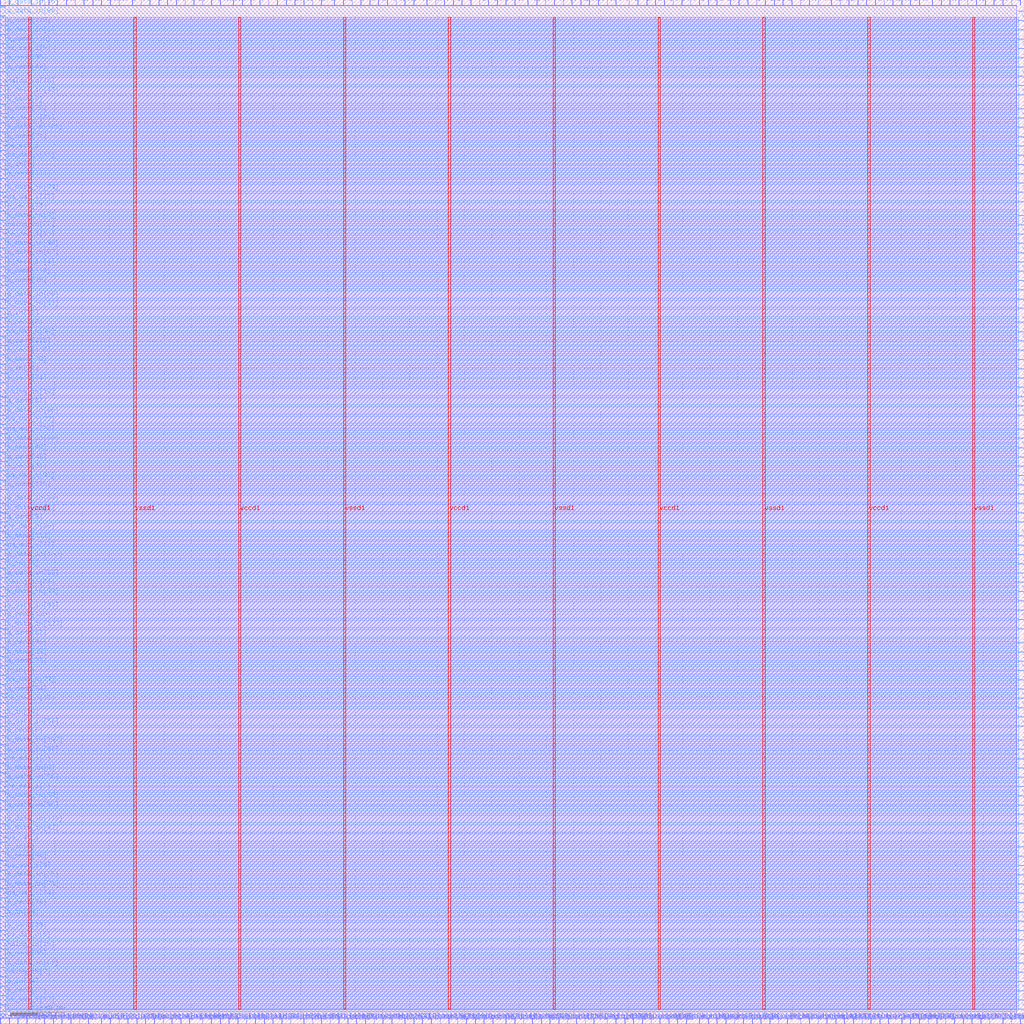
<source format=lef>
VERSION 5.7 ;
  NOWIREEXTENSIONATPIN ON ;
  DIVIDERCHAR "/" ;
  BUSBITCHARS "[]" ;
MACRO TOP_digital
  CLASS BLOCK ;
  FOREIGN TOP_digital ;
  ORIGIN 0.000 0.000 ;
  SIZE 750.000 BY 750.000 ;
  PIN analog_io[0]
    DIRECTION INOUT ;
    USE SIGNAL ;
    PORT
      LAYER met2 ;
        RECT 12.970 746.000 13.250 750.000 ;
    END
  END analog_io[0]
  PIN analog_io[10]
    DIRECTION INOUT ;
    USE SIGNAL ;
    PORT
      LAYER met3 ;
        RECT 0.000 54.440 4.000 55.040 ;
    END
  END analog_io[10]
  PIN analog_io[11]
    DIRECTION INOUT ;
    USE SIGNAL ;
    PORT
      LAYER met3 ;
        RECT 746.000 272.040 750.000 272.640 ;
    END
  END analog_io[11]
  PIN analog_io[12]
    DIRECTION INOUT ;
    USE SIGNAL ;
    PORT
      LAYER met2 ;
        RECT 592.570 0.000 592.850 4.000 ;
    END
  END analog_io[12]
  PIN analog_io[13]
    DIRECTION INOUT ;
    USE SIGNAL ;
    PORT
      LAYER met2 ;
        RECT 434.790 0.000 435.070 4.000 ;
    END
  END analog_io[13]
  PIN analog_io[14]
    DIRECTION INOUT ;
    USE SIGNAL ;
    PORT
      LAYER met2 ;
        RECT 502.410 0.000 502.690 4.000 ;
    END
  END analog_io[14]
  PIN analog_io[15]
    DIRECTION INOUT ;
    USE SIGNAL ;
    PORT
      LAYER met3 ;
        RECT 746.000 17.040 750.000 17.640 ;
    END
  END analog_io[15]
  PIN analog_io[16]
    DIRECTION INOUT ;
    USE SIGNAL ;
    PORT
      LAYER met3 ;
        RECT 0.000 686.840 4.000 687.440 ;
    END
  END analog_io[16]
  PIN analog_io[17]
    DIRECTION INOUT ;
    USE SIGNAL ;
    PORT
      LAYER met3 ;
        RECT 746.000 108.840 750.000 109.440 ;
    END
  END analog_io[17]
  PIN analog_io[18]
    DIRECTION INOUT ;
    USE SIGNAL ;
    PORT
      LAYER met3 ;
        RECT 746.000 714.040 750.000 714.640 ;
    END
  END analog_io[18]
  PIN analog_io[19]
    DIRECTION INOUT ;
    USE SIGNAL ;
    PORT
      LAYER met3 ;
        RECT 0.000 459.040 4.000 459.640 ;
    END
  END analog_io[19]
  PIN analog_io[1]
    DIRECTION INOUT ;
    USE SIGNAL ;
    PORT
      LAYER met2 ;
        RECT 537.830 0.000 538.110 4.000 ;
    END
  END analog_io[1]
  PIN analog_io[20]
    DIRECTION INOUT ;
    USE SIGNAL ;
    PORT
      LAYER met2 ;
        RECT 615.110 746.000 615.390 750.000 ;
    END
  END analog_io[20]
  PIN analog_io[21]
    DIRECTION INOUT ;
    USE SIGNAL ;
    PORT
      LAYER met3 ;
        RECT 746.000 200.640 750.000 201.240 ;
    END
  END analog_io[21]
  PIN analog_io[22]
    DIRECTION INOUT ;
    USE SIGNAL ;
    PORT
      LAYER met3 ;
        RECT 0.000 581.440 4.000 582.040 ;
    END
  END analog_io[22]
  PIN analog_io[23]
    DIRECTION INOUT ;
    USE SIGNAL ;
    PORT
      LAYER met2 ;
        RECT 660.190 0.000 660.470 4.000 ;
    END
  END analog_io[23]
  PIN analog_io[24]
    DIRECTION INOUT ;
    USE SIGNAL ;
    PORT
      LAYER met3 ;
        RECT 0.000 319.640 4.000 320.240 ;
    END
  END analog_io[24]
  PIN analog_io[25]
    DIRECTION INOUT ;
    USE SIGNAL ;
    PORT
      LAYER met3 ;
        RECT 746.000 571.240 750.000 571.840 ;
    END
  END analog_io[25]
  PIN analog_io[26]
    DIRECTION INOUT ;
    USE SIGNAL ;
    PORT
      LAYER met2 ;
        RECT 608.670 746.000 608.950 750.000 ;
    END
  END analog_io[26]
  PIN analog_io[27]
    DIRECTION INOUT ;
    USE SIGNAL ;
    PORT
      LAYER met2 ;
        RECT 438.010 746.000 438.290 750.000 ;
    END
  END analog_io[27]
  PIN analog_io[28]
    DIRECTION INOUT ;
    USE SIGNAL ;
    PORT
      LAYER met3 ;
        RECT 746.000 295.840 750.000 296.440 ;
    END
  END analog_io[28]
  PIN analog_io[2]
    DIRECTION INOUT ;
    USE SIGNAL ;
    PORT
      LAYER met3 ;
        RECT 746.000 153.040 750.000 153.640 ;
    END
  END analog_io[2]
  PIN analog_io[3]
    DIRECTION INOUT ;
    USE SIGNAL ;
    PORT
      LAYER met2 ;
        RECT 347.850 0.000 348.130 4.000 ;
    END
  END analog_io[3]
  PIN analog_io[4]
    DIRECTION INOUT ;
    USE SIGNAL ;
    PORT
      LAYER met3 ;
        RECT 746.000 499.840 750.000 500.440 ;
    END
  END analog_io[4]
  PIN analog_io[5]
    DIRECTION INOUT ;
    USE SIGNAL ;
    PORT
      LAYER met2 ;
        RECT 241.590 0.000 241.870 4.000 ;
    END
  END analog_io[5]
  PIN analog_io[6]
    DIRECTION INOUT ;
    USE SIGNAL ;
    PORT
      LAYER met2 ;
        RECT 322.090 0.000 322.370 4.000 ;
    END
  END analog_io[6]
  PIN analog_io[7]
    DIRECTION INOUT ;
    USE SIGNAL ;
    PORT
      LAYER met3 ;
        RECT 0.000 34.040 4.000 34.640 ;
    END
  END analog_io[7]
  PIN analog_io[8]
    DIRECTION INOUT ;
    USE SIGNAL ;
    PORT
      LAYER met2 ;
        RECT 518.510 0.000 518.790 4.000 ;
    END
  END analog_io[8]
  PIN analog_io[9]
    DIRECTION INOUT ;
    USE SIGNAL ;
    PORT
      LAYER met2 ;
        RECT 209.390 746.000 209.670 750.000 ;
    END
  END analog_io[9]
  PIN analog_trigger_in
    DIRECTION INOUT ;
    USE SIGNAL ;
    PORT
      LAYER met3 ;
        RECT 746.000 173.440 750.000 174.040 ;
    END
  END analog_trigger_in
  PIN analog_trigger_out
    DIRECTION INOUT ;
    USE SIGNAL ;
    PORT
      LAYER met3 ;
        RECT 746.000 608.640 750.000 609.240 ;
    END
  END analog_trigger_out
  PIN io_in[0]
    DIRECTION INPUT ;
    USE SIGNAL ;
    PORT
      LAYER met3 ;
        RECT 0.000 255.040 4.000 255.640 ;
    END
  END io_in[0]
  PIN io_in[10]
    DIRECTION INPUT ;
    USE SIGNAL ;
    PORT
      LAYER met3 ;
        RECT 0.000 224.440 4.000 225.040 ;
    END
  END io_in[10]
  PIN io_in[11]
    DIRECTION INPUT ;
    USE SIGNAL ;
    PORT
      LAYER met3 ;
        RECT 746.000 244.840 750.000 245.440 ;
    END
  END io_in[11]
  PIN io_in[12]
    DIRECTION INPUT ;
    USE SIGNAL ;
    PORT
      LAYER met3 ;
        RECT 746.000 139.440 750.000 140.040 ;
    END
  END io_in[12]
  PIN io_in[13]
    DIRECTION INPUT ;
    USE SIGNAL ;
    PORT
      LAYER met3 ;
        RECT 746.000 669.840 750.000 670.440 ;
    END
  END io_in[13]
  PIN io_in[14]
    DIRECTION INPUT ;
    USE SIGNAL ;
    PORT
      LAYER met2 ;
        RECT 544.270 0.000 544.550 4.000 ;
    END
  END io_in[14]
  PIN io_in[15]
    DIRECTION INPUT ;
    USE SIGNAL ;
    PORT
      LAYER met3 ;
        RECT 0.000 333.240 4.000 333.840 ;
    END
  END io_in[15]
  PIN io_in[16]
    DIRECTION INPUT ;
    USE SIGNAL ;
    PORT
      LAYER met2 ;
        RECT 512.070 746.000 512.350 750.000 ;
    END
  END io_in[16]
  PIN io_in[17]
    DIRECTION INPUT ;
    USE SIGNAL ;
    PORT
      LAYER met3 ;
        RECT 746.000 635.840 750.000 636.440 ;
    END
  END io_in[17]
  PIN io_in[18]
    DIRECTION INPUT ;
    USE SIGNAL ;
    PORT
      LAYER met3 ;
        RECT 746.000 707.240 750.000 707.840 ;
    END
  END io_in[18]
  PIN io_in[19]
    DIRECTION INPUT ;
    USE SIGNAL ;
    PORT
      LAYER met3 ;
        RECT 746.000 601.840 750.000 602.440 ;
    END
  END io_in[19]
  PIN io_in[1]
    DIRECTION INPUT ;
    USE SIGNAL ;
    PORT
      LAYER met2 ;
        RECT 277.010 746.000 277.290 750.000 ;
    END
  END io_in[1]
  PIN io_in[20]
    DIRECTION INPUT ;
    USE SIGNAL ;
    PORT
      LAYER met2 ;
        RECT 318.870 746.000 319.150 750.000 ;
    END
  END io_in[20]
  PIN io_in[21]
    DIRECTION INPUT ;
    USE SIGNAL ;
    PORT
      LAYER met3 ;
        RECT 0.000 476.040 4.000 476.640 ;
    END
  END io_in[21]
  PIN io_in[22]
    DIRECTION INPUT ;
    USE SIGNAL ;
    PORT
      LAYER met2 ;
        RECT 599.010 746.000 599.290 750.000 ;
    END
  END io_in[22]
  PIN io_in[23]
    DIRECTION INPUT ;
    USE SIGNAL ;
    PORT
      LAYER met2 ;
        RECT 338.190 746.000 338.470 750.000 ;
    END
  END io_in[23]
  PIN io_in[24]
    DIRECTION INPUT ;
    USE SIGNAL ;
    PORT
      LAYER met2 ;
        RECT 718.150 0.000 718.430 4.000 ;
    END
  END io_in[24]
  PIN io_in[25]
    DIRECTION INPUT ;
    USE SIGNAL ;
    PORT
      LAYER met2 ;
        RECT 724.590 0.000 724.870 4.000 ;
    END
  END io_in[25]
  PIN io_in[26]
    DIRECTION INPUT ;
    USE SIGNAL ;
    PORT
      LAYER met2 ;
        RECT 302.770 746.000 303.050 750.000 ;
    END
  END io_in[26]
  PIN io_in[27]
    DIRECTION INPUT ;
    USE SIGNAL ;
    PORT
      LAYER met3 ;
        RECT 746.000 30.640 750.000 31.240 ;
    END
  END io_in[27]
  PIN io_in[28]
    DIRECTION INPUT ;
    USE SIGNAL ;
    PORT
      LAYER met3 ;
        RECT 0.000 78.240 4.000 78.840 ;
    END
  END io_in[28]
  PIN io_in[29]
    DIRECTION INPUT ;
    USE SIGNAL ;
    PORT
      LAYER met2 ;
        RECT 673.070 0.000 673.350 4.000 ;
    END
  END io_in[29]
  PIN io_in[2]
    DIRECTION INPUT ;
    USE SIGNAL ;
    PORT
      LAYER met3 ;
        RECT 746.000 224.440 750.000 225.040 ;
    END
  END io_in[2]
  PIN io_in[30]
    DIRECTION INPUT ;
    USE SIGNAL ;
    PORT
      LAYER met3 ;
        RECT 746.000 472.640 750.000 473.240 ;
    END
  END io_in[30]
  PIN io_in[31]
    DIRECTION INPUT ;
    USE SIGNAL ;
    PORT
      LAYER met2 ;
        RECT 87.030 0.000 87.310 4.000 ;
    END
  END io_in[31]
  PIN io_in[32]
    DIRECTION INPUT ;
    USE SIGNAL ;
    PORT
      LAYER met3 ;
        RECT 0.000 516.840 4.000 517.440 ;
    END
  END io_in[32]
  PIN io_in[33]
    DIRECTION INPUT ;
    USE SIGNAL ;
    PORT
      LAYER met2 ;
        RECT 553.930 746.000 554.210 750.000 ;
    END
  END io_in[33]
  PIN io_in[34]
    DIRECTION INPUT ;
    USE SIGNAL ;
    PORT
      LAYER met3 ;
        RECT 0.000 27.240 4.000 27.840 ;
    END
  END io_in[34]
  PIN io_in[35]
    DIRECTION INPUT ;
    USE SIGNAL ;
    PORT
      LAYER met2 ;
        RECT 222.270 0.000 222.550 4.000 ;
    END
  END io_in[35]
  PIN io_in[36]
    DIRECTION INPUT ;
    USE SIGNAL ;
    PORT
      LAYER met2 ;
        RECT 450.890 0.000 451.170 4.000 ;
    END
  END io_in[36]
  PIN io_in[37]
    DIRECTION INPUT ;
    USE SIGNAL ;
    PORT
      LAYER met3 ;
        RECT 746.000 265.240 750.000 265.840 ;
    END
  END io_in[37]
  PIN io_in[3]
    DIRECTION INPUT ;
    USE SIGNAL ;
    PORT
      LAYER met2 ;
        RECT 74.150 0.000 74.430 4.000 ;
    END
  END io_in[3]
  PIN io_in[4]
    DIRECTION INPUT ;
    USE SIGNAL ;
    PORT
      LAYER met3 ;
        RECT 746.000 700.440 750.000 701.040 ;
    END
  END io_in[4]
  PIN io_in[5]
    DIRECTION INPUT ;
    USE SIGNAL ;
    PORT
      LAYER met2 ;
        RECT 747.130 0.000 747.410 4.000 ;
    END
  END io_in[5]
  PIN io_in[6]
    DIRECTION INPUT ;
    USE SIGNAL ;
    PORT
      LAYER met2 ;
        RECT 412.250 746.000 412.530 750.000 ;
    END
  END io_in[6]
  PIN io_in[7]
    DIRECTION INPUT ;
    USE SIGNAL ;
    PORT
      LAYER met2 ;
        RECT 695.610 746.000 695.890 750.000 ;
    END
  END io_in[7]
  PIN io_in[8]
    DIRECTION INPUT ;
    USE SIGNAL ;
    PORT
      LAYER met3 ;
        RECT 0.000 125.840 4.000 126.440 ;
    END
  END io_in[8]
  PIN io_in[9]
    DIRECTION INPUT ;
    USE SIGNAL ;
    PORT
      LAYER met3 ;
        RECT 0.000 625.640 4.000 626.240 ;
    END
  END io_in[9]
  PIN la_data_in[0]
    DIRECTION INPUT ;
    USE SIGNAL ;
    ANTENNAGATEAREA 0.495000 ;
    PORT
      LAYER met3 ;
        RECT 0.000 374.040 4.000 374.640 ;
    END
  END la_data_in[0]
  PIN la_data_in[100]
    DIRECTION INPUT ;
    USE SIGNAL ;
    PORT
      LAYER met2 ;
        RECT 644.090 0.000 644.370 4.000 ;
    END
  END la_data_in[100]
  PIN la_data_in[101]
    DIRECTION INPUT ;
    USE SIGNAL ;
    PORT
      LAYER met2 ;
        RECT 6.530 746.000 6.810 750.000 ;
    END
  END la_data_in[101]
  PIN la_data_in[102]
    DIRECTION INPUT ;
    USE SIGNAL ;
    PORT
      LAYER met3 ;
        RECT 746.000 336.640 750.000 337.240 ;
    END
  END la_data_in[102]
  PIN la_data_in[103]
    DIRECTION INPUT ;
    USE SIGNAL ;
    PORT
      LAYER met2 ;
        RECT 627.990 746.000 628.270 750.000 ;
    END
  END la_data_in[103]
  PIN la_data_in[104]
    DIRECTION INPUT ;
    USE SIGNAL ;
    PORT
      LAYER met3 ;
        RECT 746.000 530.440 750.000 531.040 ;
    END
  END la_data_in[104]
  PIN la_data_in[105]
    DIRECTION INPUT ;
    USE SIGNAL ;
    PORT
      LAYER met3 ;
        RECT 0.000 652.840 4.000 653.440 ;
    END
  END la_data_in[105]
  PIN la_data_in[106]
    DIRECTION INPUT ;
    USE SIGNAL ;
    PORT
      LAYER met3 ;
        RECT 0.000 340.040 4.000 340.640 ;
    END
  END la_data_in[106]
  PIN la_data_in[107]
    DIRECTION INPUT ;
    USE SIGNAL ;
    PORT
      LAYER met3 ;
        RECT 0.000 204.040 4.000 204.640 ;
    END
  END la_data_in[107]
  PIN la_data_in[108]
    DIRECTION INPUT ;
    USE SIGNAL ;
    PORT
      LAYER met2 ;
        RECT 734.250 746.000 734.530 750.000 ;
    END
  END la_data_in[108]
  PIN la_data_in[109]
    DIRECTION INPUT ;
    USE SIGNAL ;
    PORT
      LAYER met2 ;
        RECT 692.390 0.000 692.670 4.000 ;
    END
  END la_data_in[109]
  PIN la_data_in[10]
    DIRECTION INPUT ;
    USE SIGNAL ;
    PORT
      LAYER met2 ;
        RECT 679.510 0.000 679.790 4.000 ;
    END
  END la_data_in[10]
  PIN la_data_in[110]
    DIRECTION INPUT ;
    USE SIGNAL ;
    PORT
      LAYER met2 ;
        RECT 637.650 0.000 637.930 4.000 ;
    END
  END la_data_in[110]
  PIN la_data_in[111]
    DIRECTION INPUT ;
    USE SIGNAL ;
    PORT
      LAYER met2 ;
        RECT 54.830 746.000 55.110 750.000 ;
    END
  END la_data_in[111]
  PIN la_data_in[112]
    DIRECTION INPUT ;
    USE SIGNAL ;
    PORT
      LAYER met2 ;
        RECT 74.150 746.000 74.430 750.000 ;
    END
  END la_data_in[112]
  PIN la_data_in[113]
    DIRECTION INPUT ;
    USE SIGNAL ;
    PORT
      LAYER met3 ;
        RECT 0.000 146.240 4.000 146.840 ;
    END
  END la_data_in[113]
  PIN la_data_in[114]
    DIRECTION INPUT ;
    USE SIGNAL ;
    PORT
      LAYER met2 ;
        RECT 312.430 746.000 312.710 750.000 ;
    END
  END la_data_in[114]
  PIN la_data_in[115]
    DIRECTION INPUT ;
    USE SIGNAL ;
    PORT
      LAYER met2 ;
        RECT 631.210 0.000 631.490 4.000 ;
    END
  END la_data_in[115]
  PIN la_data_in[116]
    DIRECTION INPUT ;
    USE SIGNAL ;
    PORT
      LAYER met2 ;
        RECT 125.670 0.000 125.950 4.000 ;
    END
  END la_data_in[116]
  PIN la_data_in[117]
    DIRECTION INPUT ;
    USE SIGNAL ;
    PORT
      LAYER met2 ;
        RECT 103.130 746.000 103.410 750.000 ;
    END
  END la_data_in[117]
  PIN la_data_in[118]
    DIRECTION INPUT ;
    USE SIGNAL ;
    PORT
      LAYER met2 ;
        RECT 714.930 746.000 715.210 750.000 ;
    END
  END la_data_in[118]
  PIN la_data_in[119]
    DIRECTION INPUT ;
    USE SIGNAL ;
    PORT
      LAYER met3 ;
        RECT 746.000 329.840 750.000 330.440 ;
    END
  END la_data_in[119]
  PIN la_data_in[11]
    DIRECTION INPUT ;
    USE SIGNAL ;
    PORT
      LAYER met3 ;
        RECT 746.000 649.440 750.000 650.040 ;
    END
  END la_data_in[11]
  PIN la_data_in[120]
    DIRECTION INPUT ;
    USE SIGNAL ;
    PORT
      LAYER met2 ;
        RECT 386.490 746.000 386.770 750.000 ;
    END
  END la_data_in[120]
  PIN la_data_in[121]
    DIRECTION INPUT ;
    USE SIGNAL ;
    PORT
      LAYER met2 ;
        RECT 351.070 746.000 351.350 750.000 ;
    END
  END la_data_in[121]
  PIN la_data_in[122]
    DIRECTION INPUT ;
    USE SIGNAL ;
    PORT
      LAYER met3 ;
        RECT 746.000 81.640 750.000 82.240 ;
    END
  END la_data_in[122]
  PIN la_data_in[123]
    DIRECTION INPUT ;
    USE SIGNAL ;
    PORT
      LAYER met3 ;
        RECT 0.000 289.040 4.000 289.640 ;
    END
  END la_data_in[123]
  PIN la_data_in[124]
    DIRECTION INPUT ;
    USE SIGNAL ;
    PORT
      LAYER met2 ;
        RECT 370.390 746.000 370.670 750.000 ;
    END
  END la_data_in[124]
  PIN la_data_in[125]
    DIRECTION INPUT ;
    USE SIGNAL ;
    PORT
      LAYER met2 ;
        RECT 19.410 0.000 19.690 4.000 ;
    END
  END la_data_in[125]
  PIN la_data_in[126]
    DIRECTION INPUT ;
    USE SIGNAL ;
    PORT
      LAYER met3 ;
        RECT 746.000 727.640 750.000 728.240 ;
    END
  END la_data_in[126]
  PIN la_data_in[127]
    DIRECTION INPUT ;
    USE SIGNAL ;
    PORT
      LAYER met3 ;
        RECT 746.000 122.440 750.000 123.040 ;
    END
  END la_data_in[127]
  PIN la_data_in[12]
    DIRECTION INPUT ;
    USE SIGNAL ;
    PORT
      LAYER met2 ;
        RECT 341.410 0.000 341.690 4.000 ;
    END
  END la_data_in[12]
  PIN la_data_in[13]
    DIRECTION INPUT ;
    USE SIGNAL ;
    PORT
      LAYER met2 ;
        RECT 212.610 0.000 212.890 4.000 ;
    END
  END la_data_in[13]
  PIN la_data_in[14]
    DIRECTION INPUT ;
    USE SIGNAL ;
    PORT
      LAYER met2 ;
        RECT 99.910 0.000 100.190 4.000 ;
    END
  END la_data_in[14]
  PIN la_data_in[15]
    DIRECTION INPUT ;
    USE SIGNAL ;
    PORT
      LAYER met3 ;
        RECT 746.000 207.440 750.000 208.040 ;
    END
  END la_data_in[15]
  PIN la_data_in[16]
    DIRECTION INPUT ;
    USE SIGNAL ;
    PORT
      LAYER met2 ;
        RECT 450.890 746.000 451.170 750.000 ;
    END
  END la_data_in[16]
  PIN la_data_in[17]
    DIRECTION INPUT ;
    USE SIGNAL ;
    PORT
      LAYER met2 ;
        RECT 573.250 746.000 573.530 750.000 ;
    END
  END la_data_in[17]
  PIN la_data_in[18]
    DIRECTION INPUT ;
    USE SIGNAL ;
    PORT
      LAYER met2 ;
        RECT 586.130 0.000 586.410 4.000 ;
    END
  END la_data_in[18]
  PIN la_data_in[19]
    DIRECTION INPUT ;
    USE SIGNAL ;
    PORT
      LAYER met3 ;
        RECT 746.000 187.040 750.000 187.640 ;
    END
  END la_data_in[19]
  PIN la_data_in[1]
    DIRECTION INPUT ;
    USE SIGNAL ;
    PORT
      LAYER met3 ;
        RECT 0.000 724.240 4.000 724.840 ;
    END
  END la_data_in[1]
  PIN la_data_in[20]
    DIRECTION INPUT ;
    USE SIGNAL ;
    PORT
      LAYER met3 ;
        RECT 746.000 95.240 750.000 95.840 ;
    END
  END la_data_in[20]
  PIN la_data_in[21]
    DIRECTION INPUT ;
    USE SIGNAL ;
    PORT
      LAYER met2 ;
        RECT 660.190 746.000 660.470 750.000 ;
    END
  END la_data_in[21]
  PIN la_data_in[22]
    DIRECTION INPUT ;
    USE SIGNAL ;
    PORT
      LAYER met2 ;
        RECT 547.490 746.000 547.770 750.000 ;
    END
  END la_data_in[22]
  PIN la_data_in[23]
    DIRECTION INPUT ;
    USE SIGNAL ;
    PORT
      LAYER met3 ;
        RECT 746.000 367.240 750.000 367.840 ;
    END
  END la_data_in[23]
  PIN la_data_in[24]
    DIRECTION INPUT ;
    USE SIGNAL ;
    PORT
      LAYER met3 ;
        RECT 0.000 380.840 4.000 381.440 ;
    END
  END la_data_in[24]
  PIN la_data_in[25]
    DIRECTION INPUT ;
    USE SIGNAL ;
    PORT
      LAYER met2 ;
        RECT 296.330 746.000 296.610 750.000 ;
    END
  END la_data_in[25]
  PIN la_data_in[26]
    DIRECTION INPUT ;
    USE SIGNAL ;
    PORT
      LAYER met3 ;
        RECT 746.000 146.240 750.000 146.840 ;
    END
  END la_data_in[26]
  PIN la_data_in[27]
    DIRECTION INPUT ;
    USE SIGNAL ;
    PORT
      LAYER met3 ;
        RECT 746.000 37.440 750.000 38.040 ;
    END
  END la_data_in[27]
  PIN la_data_in[28]
    DIRECTION INPUT ;
    USE SIGNAL ;
    PORT
      LAYER met2 ;
        RECT 48.390 746.000 48.670 750.000 ;
    END
  END la_data_in[28]
  PIN la_data_in[29]
    DIRECTION INPUT ;
    USE SIGNAL ;
    PORT
      LAYER met3 ;
        RECT 746.000 629.040 750.000 629.640 ;
    END
  END la_data_in[29]
  PIN la_data_in[2]
    DIRECTION INPUT ;
    USE SIGNAL ;
    PORT
      LAYER met2 ;
        RECT 721.370 746.000 721.650 750.000 ;
    END
  END la_data_in[2]
  PIN la_data_in[30]
    DIRECTION INPUT ;
    USE SIGNAL ;
    PORT
      LAYER met3 ;
        RECT 0.000 567.840 4.000 568.440 ;
    END
  END la_data_in[30]
  PIN la_data_in[31]
    DIRECTION INPUT ;
    USE SIGNAL ;
    PORT
      LAYER met3 ;
        RECT 746.000 615.440 750.000 616.040 ;
    END
  END la_data_in[31]
  PIN la_data_in[32]
    DIRECTION INPUT ;
    USE SIGNAL ;
    PORT
      LAYER met3 ;
        RECT 746.000 435.240 750.000 435.840 ;
    END
  END la_data_in[32]
  PIN la_data_in[33]
    DIRECTION INPUT ;
    USE SIGNAL ;
    PORT
      LAYER met3 ;
        RECT 0.000 326.440 4.000 327.040 ;
    END
  END la_data_in[33]
  PIN la_data_in[34]
    DIRECTION INPUT ;
    USE SIGNAL ;
    PORT
      LAYER met2 ;
        RECT 463.770 0.000 464.050 4.000 ;
    END
  END la_data_in[34]
  PIN la_data_in[35]
    DIRECTION INPUT ;
    USE SIGNAL ;
    PORT
      LAYER met3 ;
        RECT 0.000 105.440 4.000 106.040 ;
    END
  END la_data_in[35]
  PIN la_data_in[36]
    DIRECTION INPUT ;
    USE SIGNAL ;
    PORT
      LAYER met3 ;
        RECT 0.000 744.640 4.000 745.240 ;
    END
  END la_data_in[36]
  PIN la_data_in[37]
    DIRECTION INPUT ;
    USE SIGNAL ;
    PORT
      LAYER met2 ;
        RECT 524.950 746.000 525.230 750.000 ;
    END
  END la_data_in[37]
  PIN la_data_in[38]
    DIRECTION INPUT ;
    USE SIGNAL ;
    PORT
      LAYER met2 ;
        RECT 534.610 746.000 534.890 750.000 ;
    END
  END la_data_in[38]
  PIN la_data_in[39]
    DIRECTION INPUT ;
    USE SIGNAL ;
    PORT
      LAYER met3 ;
        RECT 0.000 312.840 4.000 313.440 ;
    END
  END la_data_in[39]
  PIN la_data_in[3]
    DIRECTION INPUT ;
    USE SIGNAL ;
    PORT
      LAYER met3 ;
        RECT 746.000 343.440 750.000 344.040 ;
    END
  END la_data_in[3]
  PIN la_data_in[40]
    DIRECTION INPUT ;
    USE SIGNAL ;
    PORT
      LAYER met2 ;
        RECT 702.050 746.000 702.330 750.000 ;
    END
  END la_data_in[40]
  PIN la_data_in[41]
    DIRECTION INPUT ;
    USE SIGNAL ;
    PORT
      LAYER met3 ;
        RECT 746.000 350.240 750.000 350.840 ;
    END
  END la_data_in[41]
  PIN la_data_in[42]
    DIRECTION INPUT ;
    USE SIGNAL ;
    PORT
      LAYER met3 ;
        RECT 0.000 139.440 4.000 140.040 ;
    END
  END la_data_in[42]
  PIN la_data_in[43]
    DIRECTION INPUT ;
    USE SIGNAL ;
    PORT
      LAYER met2 ;
        RECT 309.210 0.000 309.490 4.000 ;
    END
  END la_data_in[43]
  PIN la_data_in[44]
    DIRECTION INPUT ;
    USE SIGNAL ;
    PORT
      LAYER met3 ;
        RECT 746.000 289.040 750.000 289.640 ;
    END
  END la_data_in[44]
  PIN la_data_in[45]
    DIRECTION INPUT ;
    USE SIGNAL ;
    PORT
      LAYER met2 ;
        RECT 270.570 746.000 270.850 750.000 ;
    END
  END la_data_in[45]
  PIN la_data_in[46]
    DIRECTION INPUT ;
    USE SIGNAL ;
    PORT
      LAYER met2 ;
        RECT 109.570 746.000 109.850 750.000 ;
    END
  END la_data_in[46]
  PIN la_data_in[47]
    DIRECTION INPUT ;
    USE SIGNAL ;
    PORT
      LAYER met2 ;
        RECT 689.170 746.000 689.450 750.000 ;
    END
  END la_data_in[47]
  PIN la_data_in[48]
    DIRECTION INPUT ;
    USE SIGNAL ;
    PORT
      LAYER met3 ;
        RECT 0.000 680.040 4.000 680.640 ;
    END
  END la_data_in[48]
  PIN la_data_in[49]
    DIRECTION INPUT ;
    USE SIGNAL ;
    PORT
      LAYER met3 ;
        RECT 746.000 180.240 750.000 180.840 ;
    END
  END la_data_in[49]
  PIN la_data_in[4]
    DIRECTION INPUT ;
    USE SIGNAL ;
    PORT
      LAYER met3 ;
        RECT 0.000 554.240 4.000 554.840 ;
    END
  END la_data_in[4]
  PIN la_data_in[50]
    DIRECTION INPUT ;
    USE SIGNAL ;
    PORT
      LAYER met3 ;
        RECT 746.000 309.440 750.000 310.040 ;
    END
  END la_data_in[50]
  PIN la_data_in[51]
    DIRECTION INPUT ;
    USE SIGNAL ;
    PORT
      LAYER met3 ;
        RECT 0.000 523.640 4.000 524.240 ;
    END
  END la_data_in[51]
  PIN la_data_in[52]
    DIRECTION INPUT ;
    USE SIGNAL ;
    PORT
      LAYER met2 ;
        RECT 128.890 746.000 129.170 750.000 ;
    END
  END la_data_in[52]
  PIN la_data_in[53]
    DIRECTION INPUT ;
    USE SIGNAL ;
    PORT
      LAYER met2 ;
        RECT 273.790 0.000 274.070 4.000 ;
    END
  END la_data_in[53]
  PIN la_data_in[54]
    DIRECTION INPUT ;
    USE SIGNAL ;
    PORT
      LAYER met3 ;
        RECT 746.000 741.240 750.000 741.840 ;
    END
  END la_data_in[54]
  PIN la_data_in[55]
    DIRECTION INPUT ;
    USE SIGNAL ;
    PORT
      LAYER met2 ;
        RECT 740.690 746.000 740.970 750.000 ;
    END
  END la_data_in[55]
  PIN la_data_in[56]
    DIRECTION INPUT ;
    USE SIGNAL ;
    PORT
      LAYER met3 ;
        RECT 0.000 176.840 4.000 177.440 ;
    END
  END la_data_in[56]
  PIN la_data_in[57]
    DIRECTION INPUT ;
    USE SIGNAL ;
    PORT
      LAYER met3 ;
        RECT 0.000 217.640 4.000 218.240 ;
    END
  END la_data_in[57]
  PIN la_data_in[58]
    DIRECTION INPUT ;
    USE SIGNAL ;
    PORT
      LAYER met3 ;
        RECT 0.000 163.240 4.000 163.840 ;
    END
  END la_data_in[58]
  PIN la_data_in[59]
    DIRECTION INPUT ;
    USE SIGNAL ;
    PORT
      LAYER met3 ;
        RECT 746.000 544.040 750.000 544.640 ;
    END
  END la_data_in[59]
  PIN la_data_in[5]
    DIRECTION INPUT ;
    USE SIGNAL ;
    PORT
      LAYER met3 ;
        RECT 746.000 622.240 750.000 622.840 ;
    END
  END la_data_in[5]
  PIN la_data_in[60]
    DIRECTION INPUT ;
    USE SIGNAL ;
    PORT
      LAYER met2 ;
        RECT 135.330 746.000 135.610 750.000 ;
    END
  END la_data_in[60]
  PIN la_data_in[61]
    DIRECTION INPUT ;
    USE SIGNAL ;
    PORT
      LAYER met2 ;
        RECT 260.910 0.000 261.190 4.000 ;
    END
  END la_data_in[61]
  PIN la_data_in[62]
    DIRECTION INPUT ;
    USE SIGNAL ;
    PORT
      LAYER met3 ;
        RECT 746.000 278.840 750.000 279.440 ;
    END
  END la_data_in[62]
  PIN la_data_in[63]
    DIRECTION INPUT ;
    USE SIGNAL ;
    PORT
      LAYER met3 ;
        RECT 0.000 40.840 4.000 41.440 ;
    END
  END la_data_in[63]
  PIN la_data_in[64]
    DIRECTION INPUT ;
    USE SIGNAL ;
    PORT
      LAYER met2 ;
        RECT 283.450 746.000 283.730 750.000 ;
    END
  END la_data_in[64]
  PIN la_data_in[65]
    DIRECTION INPUT ;
    USE SIGNAL ;
    PORT
      LAYER met2 ;
        RECT 428.350 0.000 428.630 4.000 ;
    END
  END la_data_in[65]
  PIN la_data_in[66]
    DIRECTION INPUT ;
    USE SIGNAL ;
    PORT
      LAYER met3 ;
        RECT 746.000 3.440 750.000 4.040 ;
    END
  END la_data_in[66]
  PIN la_data_in[67]
    DIRECTION INPUT ;
    USE SIGNAL ;
    PORT
      LAYER met2 ;
        RECT 444.450 746.000 444.730 750.000 ;
    END
  END la_data_in[67]
  PIN la_data_in[68]
    DIRECTION INPUT ;
    USE SIGNAL ;
    PORT
      LAYER met2 ;
        RECT 116.010 746.000 116.290 750.000 ;
    END
  END la_data_in[68]
  PIN la_data_in[69]
    DIRECTION INPUT ;
    USE SIGNAL ;
    PORT
      LAYER met3 ;
        RECT 0.000 530.440 4.000 531.040 ;
    END
  END la_data_in[69]
  PIN la_data_in[6]
    DIRECTION INPUT ;
    USE SIGNAL ;
    PORT
      LAYER met2 ;
        RECT 354.290 0.000 354.570 4.000 ;
    END
  END la_data_in[6]
  PIN la_data_in[70]
    DIRECTION INPUT ;
    USE SIGNAL ;
    PORT
      LAYER met2 ;
        RECT 180.410 0.000 180.690 4.000 ;
    END
  END la_data_in[70]
  PIN la_data_in[71]
    DIRECTION INPUT ;
    USE SIGNAL ;
    PORT
      LAYER met3 ;
        RECT 0.000 98.640 4.000 99.240 ;
    END
  END la_data_in[71]
  PIN la_data_in[72]
    DIRECTION INPUT ;
    USE SIGNAL ;
    PORT
      LAYER met2 ;
        RECT 267.350 0.000 267.630 4.000 ;
    END
  END la_data_in[72]
  PIN la_data_in[73]
    DIRECTION INPUT ;
    USE SIGNAL ;
    PORT
      LAYER met2 ;
        RECT 376.830 0.000 377.110 4.000 ;
    END
  END la_data_in[73]
  PIN la_data_in[74]
    DIRECTION INPUT ;
    USE SIGNAL ;
    PORT
      LAYER met2 ;
        RECT 302.770 0.000 303.050 4.000 ;
    END
  END la_data_in[74]
  PIN la_data_in[75]
    DIRECTION INPUT ;
    USE SIGNAL ;
    PORT
      LAYER met3 ;
        RECT 746.000 537.240 750.000 537.840 ;
    END
  END la_data_in[75]
  PIN la_data_in[76]
    DIRECTION INPUT ;
    USE SIGNAL ;
    PORT
      LAYER met3 ;
        RECT 746.000 44.240 750.000 44.840 ;
    END
  END la_data_in[76]
  PIN la_data_in[77]
    DIRECTION INPUT ;
    USE SIGNAL ;
    PORT
      LAYER met2 ;
        RECT 254.470 0.000 254.750 4.000 ;
    END
  END la_data_in[77]
  PIN la_data_in[78]
    DIRECTION INPUT ;
    USE SIGNAL ;
    PORT
      LAYER met2 ;
        RECT 177.190 746.000 177.470 750.000 ;
    END
  END la_data_in[78]
  PIN la_data_in[79]
    DIRECTION INPUT ;
    USE SIGNAL ;
    PORT
      LAYER met2 ;
        RECT 666.630 746.000 666.910 750.000 ;
    END
  END la_data_in[79]
  PIN la_data_in[7]
    DIRECTION INPUT ;
    USE SIGNAL ;
    PORT
      LAYER met2 ;
        RECT 624.770 0.000 625.050 4.000 ;
    END
  END la_data_in[7]
  PIN la_data_in[80]
    DIRECTION INPUT ;
    USE SIGNAL ;
    PORT
      LAYER met2 ;
        RECT 399.370 746.000 399.650 750.000 ;
    END
  END la_data_in[80]
  PIN la_data_in[81]
    DIRECTION INPUT ;
    USE SIGNAL ;
    PORT
      LAYER met2 ;
        RECT 193.290 0.000 193.570 4.000 ;
    END
  END la_data_in[81]
  PIN la_data_in[82]
    DIRECTION INPUT ;
    USE SIGNAL ;
    PORT
      LAYER met2 ;
        RECT 264.130 746.000 264.410 750.000 ;
    END
  END la_data_in[82]
  PIN la_data_in[83]
    DIRECTION INPUT ;
    USE SIGNAL ;
    PORT
      LAYER met3 ;
        RECT 0.000 302.640 4.000 303.240 ;
    END
  END la_data_in[83]
  PIN la_data_in[84]
    DIRECTION INPUT ;
    USE SIGNAL ;
    PORT
      LAYER met2 ;
        RECT 460.550 746.000 460.830 750.000 ;
    END
  END la_data_in[84]
  PIN la_data_in[85]
    DIRECTION INPUT ;
    USE SIGNAL ;
    PORT
      LAYER met2 ;
        RECT 22.630 746.000 22.910 750.000 ;
    END
  END la_data_in[85]
  PIN la_data_in[86]
    DIRECTION INPUT ;
    USE SIGNAL ;
    PORT
      LAYER met3 ;
        RECT 0.000 737.840 4.000 738.440 ;
    END
  END la_data_in[86]
  PIN la_data_in[87]
    DIRECTION INPUT ;
    USE SIGNAL ;
    PORT
      LAYER met3 ;
        RECT 0.000 197.240 4.000 197.840 ;
    END
  END la_data_in[87]
  PIN la_data_in[88]
    DIRECTION INPUT ;
    USE SIGNAL ;
    PORT
      LAYER met2 ;
        RECT 524.950 0.000 525.230 4.000 ;
    END
  END la_data_in[88]
  PIN la_data_in[89]
    DIRECTION INPUT ;
    USE SIGNAL ;
    PORT
      LAYER met2 ;
        RECT 727.810 746.000 728.090 750.000 ;
    END
  END la_data_in[89]
  PIN la_data_in[8]
    DIRECTION INPUT ;
    USE SIGNAL ;
    PORT
      LAYER met3 ;
        RECT 0.000 183.640 4.000 184.240 ;
    END
  END la_data_in[8]
  PIN la_data_in[90]
    DIRECTION INPUT ;
    USE SIGNAL ;
    PORT
      LAYER met2 ;
        RECT 334.970 0.000 335.250 4.000 ;
    END
  END la_data_in[90]
  PIN la_data_in[91]
    DIRECTION INPUT ;
    USE SIGNAL ;
    PORT
      LAYER met2 ;
        RECT 331.750 746.000 332.030 750.000 ;
    END
  END la_data_in[91]
  PIN la_data_in[92]
    DIRECTION INPUT ;
    USE SIGNAL ;
    PORT
      LAYER met2 ;
        RECT 196.510 746.000 196.790 750.000 ;
    END
  END la_data_in[92]
  PIN la_data_in[93]
    DIRECTION INPUT ;
    USE SIGNAL ;
    PORT
      LAYER met3 ;
        RECT 0.000 608.640 4.000 609.240 ;
    END
  END la_data_in[93]
  PIN la_data_in[94]
    DIRECTION INPUT ;
    USE SIGNAL ;
    PORT
      LAYER met2 ;
        RECT 457.330 0.000 457.610 4.000 ;
    END
  END la_data_in[94]
  PIN la_data_in[95]
    DIRECTION INPUT ;
    USE SIGNAL ;
    PORT
      LAYER met3 ;
        RECT 746.000 428.440 750.000 429.040 ;
    END
  END la_data_in[95]
  PIN la_data_in[96]
    DIRECTION INPUT ;
    USE SIGNAL ;
    PORT
      LAYER met3 ;
        RECT 0.000 156.440 4.000 157.040 ;
    END
  END la_data_in[96]
  PIN la_data_in[97]
    DIRECTION INPUT ;
    USE SIGNAL ;
    PORT
      LAYER met3 ;
        RECT 0.000 561.040 4.000 561.640 ;
    END
  END la_data_in[97]
  PIN la_data_in[98]
    DIRECTION INPUT ;
    USE SIGNAL ;
    PORT
      LAYER met3 ;
        RECT 0.000 445.440 4.000 446.040 ;
    END
  END la_data_in[98]
  PIN la_data_in[99]
    DIRECTION INPUT ;
    USE SIGNAL ;
    PORT
      LAYER met3 ;
        RECT 0.000 425.040 4.000 425.640 ;
    END
  END la_data_in[99]
  PIN la_data_in[9]
    DIRECTION INPUT ;
    USE SIGNAL ;
    PORT
      LAYER met3 ;
        RECT 0.000 588.240 4.000 588.840 ;
    END
  END la_data_in[9]
  PIN la_oenb[0]
    DIRECTION INPUT ;
    USE SIGNAL ;
    PORT
      LAYER met3 ;
        RECT 0.000 673.240 4.000 673.840 ;
    END
  END la_oenb[0]
  PIN la_oenb[100]
    DIRECTION INPUT ;
    USE SIGNAL ;
    PORT
      LAYER met2 ;
        RECT 425.130 746.000 425.410 750.000 ;
    END
  END la_oenb[100]
  PIN la_oenb[101]
    DIRECTION INPUT ;
    USE SIGNAL ;
    PORT
      LAYER met2 ;
        RECT 248.030 0.000 248.310 4.000 ;
    END
  END la_oenb[101]
  PIN la_oenb[102]
    DIRECTION INPUT ;
    USE SIGNAL ;
    PORT
      LAYER met3 ;
        RECT 0.000 489.640 4.000 490.240 ;
    END
  END la_oenb[102]
  PIN la_oenb[103]
    DIRECTION INPUT ;
    USE SIGNAL ;
    PORT
      LAYER met3 ;
        RECT 0.000 6.840 4.000 7.440 ;
    END
  END la_oenb[103]
  PIN la_oenb[104]
    DIRECTION INPUT ;
    USE SIGNAL ;
    PORT
      LAYER met2 ;
        RECT 618.330 0.000 618.610 4.000 ;
    END
  END la_oenb[104]
  PIN la_oenb[105]
    DIRECTION INPUT ;
    USE SIGNAL ;
    PORT
      LAYER met2 ;
        RECT 431.570 746.000 431.850 750.000 ;
    END
  END la_oenb[105]
  PIN la_oenb[106]
    DIRECTION INPUT ;
    USE SIGNAL ;
    PORT
      LAYER met2 ;
        RECT 138.550 0.000 138.830 4.000 ;
    END
  END la_oenb[106]
  PIN la_oenb[107]
    DIRECTION INPUT ;
    USE SIGNAL ;
    PORT
      LAYER met2 ;
        RECT 376.830 746.000 377.110 750.000 ;
    END
  END la_oenb[107]
  PIN la_oenb[108]
    DIRECTION INPUT ;
    USE SIGNAL ;
    PORT
      LAYER met2 ;
        RECT 409.030 0.000 409.310 4.000 ;
    END
  END la_oenb[108]
  PIN la_oenb[109]
    DIRECTION INPUT ;
    USE SIGNAL ;
    PORT
      LAYER met3 ;
        RECT 746.000 401.240 750.000 401.840 ;
    END
  END la_oenb[109]
  PIN la_oenb[10]
    DIRECTION INPUT ;
    USE SIGNAL ;
    PORT
      LAYER met2 ;
        RECT 0.090 746.000 0.370 750.000 ;
    END
  END la_oenb[10]
  PIN la_oenb[110]
    DIRECTION INPUT ;
    USE SIGNAL ;
    PORT
      LAYER met3 ;
        RECT 0.000 391.040 4.000 391.640 ;
    END
  END la_oenb[110]
  PIN la_oenb[111]
    DIRECTION INPUT ;
    USE SIGNAL ;
    PORT
      LAYER met3 ;
        RECT 0.000 618.840 4.000 619.440 ;
    END
  END la_oenb[111]
  PIN la_oenb[112]
    DIRECTION INPUT ;
    USE SIGNAL ;
    PORT
      LAYER met3 ;
        RECT 0.000 353.640 4.000 354.240 ;
    END
  END la_oenb[112]
  PIN la_oenb[113]
    DIRECTION INPUT ;
    USE SIGNAL ;
    PORT
      LAYER met2 ;
        RECT 653.750 746.000 654.030 750.000 ;
    END
  END la_oenb[113]
  PIN la_oenb[114]
    DIRECTION INPUT ;
    USE SIGNAL ;
    PORT
      LAYER met3 ;
        RECT 0.000 547.440 4.000 548.040 ;
    END
  END la_oenb[114]
  PIN la_oenb[115]
    DIRECTION INPUT ;
    USE SIGNAL ;
    PORT
      LAYER met3 ;
        RECT 0.000 731.040 4.000 731.640 ;
    END
  END la_oenb[115]
  PIN la_oenb[116]
    DIRECTION INPUT ;
    USE SIGNAL ;
    PORT
      LAYER met2 ;
        RECT 106.350 0.000 106.630 4.000 ;
    END
  END la_oenb[116]
  PIN la_oenb[117]
    DIRECTION INPUT ;
    USE SIGNAL ;
    PORT
      LAYER met3 ;
        RECT 746.000 656.240 750.000 656.840 ;
    END
  END la_oenb[117]
  PIN la_oenb[118]
    DIRECTION INPUT ;
    USE SIGNAL ;
    PORT
      LAYER met3 ;
        RECT 0.000 717.440 4.000 718.040 ;
    END
  END la_oenb[118]
  PIN la_oenb[119]
    DIRECTION INPUT ;
    USE SIGNAL ;
    PORT
      LAYER met2 ;
        RECT 296.330 0.000 296.610 4.000 ;
    END
  END la_oenb[119]
  PIN la_oenb[11]
    DIRECTION INPUT ;
    USE SIGNAL ;
    PORT
      LAYER met2 ;
        RECT 67.710 746.000 67.990 750.000 ;
    END
  END la_oenb[11]
  PIN la_oenb[120]
    DIRECTION INPUT ;
    USE SIGNAL ;
    PORT
      LAYER met3 ;
        RECT 746.000 51.040 750.000 51.640 ;
    END
  END la_oenb[120]
  PIN la_oenb[121]
    DIRECTION INPUT ;
    USE SIGNAL ;
    PORT
      LAYER met2 ;
        RECT 611.890 0.000 612.170 4.000 ;
    END
  END la_oenb[121]
  PIN la_oenb[122]
    DIRECTION INPUT ;
    USE SIGNAL ;
    PORT
      LAYER met3 ;
        RECT 746.000 159.840 750.000 160.440 ;
    END
  END la_oenb[122]
  PIN la_oenb[123]
    DIRECTION INPUT ;
    USE SIGNAL ;
    PORT
      LAYER met2 ;
        RECT 370.390 0.000 370.670 4.000 ;
    END
  END la_oenb[123]
  PIN la_oenb[124]
    DIRECTION INPUT ;
    USE SIGNAL ;
    PORT
      LAYER met2 ;
        RECT 357.510 746.000 357.790 750.000 ;
    END
  END la_oenb[124]
  PIN la_oenb[125]
    DIRECTION INPUT ;
    USE SIGNAL ;
    PORT
      LAYER met3 ;
        RECT 0.000 496.440 4.000 497.040 ;
    END
  END la_oenb[125]
  PIN la_oenb[126]
    DIRECTION INPUT ;
    USE SIGNAL ;
    PORT
      LAYER met3 ;
        RECT 0.000 295.840 4.000 296.440 ;
    END
  END la_oenb[126]
  PIN la_oenb[127]
    DIRECTION INPUT ;
    USE SIGNAL ;
    PORT
      LAYER met2 ;
        RECT 222.270 746.000 222.550 750.000 ;
    END
  END la_oenb[127]
  PIN la_oenb[12]
    DIRECTION INPUT ;
    USE SIGNAL ;
    PORT
      LAYER met3 ;
        RECT 746.000 115.640 750.000 116.240 ;
    END
  END la_oenb[12]
  PIN la_oenb[13]
    DIRECTION INPUT ;
    USE SIGNAL ;
    PORT
      LAYER met2 ;
        RECT 483.090 0.000 483.370 4.000 ;
    END
  END la_oenb[13]
  PIN la_oenb[14]
    DIRECTION INPUT ;
    USE SIGNAL ;
    PORT
      LAYER met2 ;
        RECT 141.770 746.000 142.050 750.000 ;
    END
  END la_oenb[14]
  PIN la_oenb[15]
    DIRECTION INPUT ;
    USE SIGNAL ;
    PORT
      LAYER met3 ;
        RECT 746.000 251.640 750.000 252.240 ;
    END
  END la_oenb[15]
  PIN la_oenb[16]
    DIRECTION INPUT ;
    USE SIGNAL ;
    PORT
      LAYER met3 ;
        RECT 746.000 686.840 750.000 687.440 ;
    END
  END la_oenb[16]
  PIN la_oenb[17]
    DIRECTION INPUT ;
    USE SIGNAL ;
    PORT
      LAYER met2 ;
        RECT 45.170 0.000 45.450 4.000 ;
    END
  END la_oenb[17]
  PIN la_oenb[18]
    DIRECTION INPUT ;
    USE SIGNAL ;
    PORT
      LAYER met2 ;
        RECT 315.650 0.000 315.930 4.000 ;
    END
  END la_oenb[18]
  PIN la_oenb[19]
    DIRECTION INPUT ;
    USE SIGNAL ;
    PORT
      LAYER met2 ;
        RECT 405.810 746.000 406.090 750.000 ;
    END
  END la_oenb[19]
  PIN la_oenb[1]
    DIRECTION INPUT ;
    USE SIGNAL ;
    PORT
      LAYER met2 ;
        RECT 698.830 0.000 699.110 4.000 ;
    END
  END la_oenb[1]
  PIN la_oenb[20]
    DIRECTION INPUT ;
    USE SIGNAL ;
    PORT
      LAYER met2 ;
        RECT 38.730 0.000 39.010 4.000 ;
    END
  END la_oenb[20]
  PIN la_oenb[21]
    DIRECTION INPUT ;
    USE SIGNAL ;
    PORT
      LAYER met2 ;
        RECT 173.970 0.000 174.250 4.000 ;
    END
  END la_oenb[21]
  PIN la_oenb[22]
    DIRECTION INPUT ;
    USE SIGNAL ;
    PORT
      LAYER met2 ;
        RECT 87.030 746.000 87.310 750.000 ;
    END
  END la_oenb[22]
  PIN la_oenb[23]
    DIRECTION INPUT ;
    USE SIGNAL ;
    PORT
      LAYER met3 ;
        RECT 0.000 261.840 4.000 262.440 ;
    END
  END la_oenb[23]
  PIN la_oenb[24]
    DIRECTION INPUT ;
    USE SIGNAL ;
    PORT
      LAYER met3 ;
        RECT 746.000 102.040 750.000 102.640 ;
    END
  END la_oenb[24]
  PIN la_oenb[25]
    DIRECTION INPUT ;
    USE SIGNAL ;
    PORT
      LAYER met3 ;
        RECT 0.000 268.640 4.000 269.240 ;
    END
  END la_oenb[25]
  PIN la_oenb[26]
    DIRECTION INPUT ;
    USE SIGNAL ;
    PORT
      LAYER met2 ;
        RECT 492.750 746.000 493.030 750.000 ;
    END
  END la_oenb[26]
  PIN la_oenb[27]
    DIRECTION INPUT ;
    USE SIGNAL ;
    PORT
      LAYER met2 ;
        RECT 61.270 746.000 61.550 750.000 ;
    END
  END la_oenb[27]
  PIN la_oenb[28]
    DIRECTION INPUT ;
    USE SIGNAL ;
    PORT
      LAYER met3 ;
        RECT 0.000 68.040 4.000 68.640 ;
    END
  END la_oenb[28]
  PIN la_oenb[29]
    DIRECTION INPUT ;
    USE SIGNAL ;
    PORT
      LAYER met2 ;
        RECT 251.250 746.000 251.530 750.000 ;
    END
  END la_oenb[29]
  PIN la_oenb[2]
    DIRECTION INPUT ;
    USE SIGNAL ;
    PORT
      LAYER met3 ;
        RECT 0.000 510.040 4.000 510.640 ;
    END
  END la_oenb[2]
  PIN la_oenb[30]
    DIRECTION INPUT ;
    USE SIGNAL ;
    PORT
      LAYER met2 ;
        RECT 363.950 746.000 364.230 750.000 ;
    END
  END la_oenb[30]
  PIN la_oenb[31]
    DIRECTION INPUT ;
    USE SIGNAL ;
    PORT
      LAYER met3 ;
        RECT 746.000 557.640 750.000 558.240 ;
    END
  END la_oenb[31]
  PIN la_oenb[32]
    DIRECTION INPUT ;
    USE SIGNAL ;
    PORT
      LAYER met3 ;
        RECT 746.000 720.840 750.000 721.440 ;
    END
  END la_oenb[32]
  PIN la_oenb[33]
    DIRECTION INPUT ;
    USE SIGNAL ;
    PORT
      LAYER met3 ;
        RECT 746.000 479.440 750.000 480.040 ;
    END
  END la_oenb[33]
  PIN la_oenb[34]
    DIRECTION INPUT ;
    USE SIGNAL ;
    PORT
      LAYER met3 ;
        RECT 0.000 241.440 4.000 242.040 ;
    END
  END la_oenb[34]
  PIN la_oenb[35]
    DIRECTION INPUT ;
    USE SIGNAL ;
    PORT
      LAYER met2 ;
        RECT 199.730 0.000 200.010 4.000 ;
    END
  END la_oenb[35]
  PIN la_oenb[36]
    DIRECTION INPUT ;
    USE SIGNAL ;
    PORT
      LAYER met2 ;
        RECT 650.530 0.000 650.810 4.000 ;
    END
  END la_oenb[36]
  PIN la_oenb[37]
    DIRECTION INPUT ;
    USE SIGNAL ;
    PORT
      LAYER met3 ;
        RECT 746.000 61.240 750.000 61.840 ;
    END
  END la_oenb[37]
  PIN la_oenb[38]
    DIRECTION INPUT ;
    USE SIGNAL ;
    PORT
      LAYER met3 ;
        RECT 0.000 666.440 4.000 667.040 ;
    END
  END la_oenb[38]
  PIN la_oenb[39]
    DIRECTION INPUT ;
    USE SIGNAL ;
    PORT
      LAYER met2 ;
        RECT 673.070 746.000 673.350 750.000 ;
    END
  END la_oenb[39]
  PIN la_oenb[3]
    DIRECTION INPUT ;
    USE SIGNAL ;
    PORT
      LAYER met2 ;
        RECT 476.650 0.000 476.930 4.000 ;
    END
  END la_oenb[3]
  PIN la_oenb[40]
    DIRECTION INPUT ;
    USE SIGNAL ;
    PORT
      LAYER met3 ;
        RECT 746.000 380.840 750.000 381.440 ;
    END
  END la_oenb[40]
  PIN la_oenb[41]
    DIRECTION INPUT ;
    USE SIGNAL ;
    PORT
      LAYER met3 ;
        RECT 746.000 302.640 750.000 303.240 ;
    END
  END la_oenb[41]
  PIN la_oenb[42]
    DIRECTION INPUT ;
    USE SIGNAL ;
    PORT
      LAYER met3 ;
        RECT 0.000 697.040 4.000 697.640 ;
    END
  END la_oenb[42]
  PIN la_oenb[43]
    DIRECTION INPUT ;
    USE SIGNAL ;
    PORT
      LAYER met3 ;
        RECT 0.000 411.440 4.000 412.040 ;
    END
  END la_oenb[43]
  PIN la_oenb[44]
    DIRECTION INPUT ;
    USE SIGNAL ;
    PORT
      LAYER met2 ;
        RECT 257.690 746.000 257.970 750.000 ;
    END
  END la_oenb[44]
  PIN la_oenb[45]
    DIRECTION INPUT ;
    USE SIGNAL ;
    PORT
      LAYER met3 ;
        RECT 746.000 465.840 750.000 466.440 ;
    END
  END la_oenb[45]
  PIN la_oenb[46]
    DIRECTION INPUT ;
    USE SIGNAL ;
    PORT
      LAYER met3 ;
        RECT 0.000 540.640 4.000 541.240 ;
    END
  END la_oenb[46]
  PIN la_oenb[47]
    DIRECTION INPUT ;
    USE SIGNAL ;
    PORT
      LAYER met2 ;
        RECT 344.630 746.000 344.910 750.000 ;
    END
  END la_oenb[47]
  PIN la_oenb[48]
    DIRECTION INPUT ;
    USE SIGNAL ;
    PORT
      LAYER met3 ;
        RECT 0.000 418.240 4.000 418.840 ;
    END
  END la_oenb[48]
  PIN la_oenb[49]
    DIRECTION INPUT ;
    USE SIGNAL ;
    PORT
      LAYER met2 ;
        RECT 167.530 0.000 167.810 4.000 ;
    END
  END la_oenb[49]
  PIN la_oenb[4]
    DIRECTION INPUT ;
    USE SIGNAL ;
    PORT
      LAYER met2 ;
        RECT 190.070 746.000 190.350 750.000 ;
    END
  END la_oenb[4]
  PIN la_oenb[50]
    DIRECTION INPUT ;
    USE SIGNAL ;
    PORT
      LAYER met3 ;
        RECT 746.000 68.040 750.000 68.640 ;
    END
  END la_oenb[50]
  PIN la_oenb[51]
    DIRECTION INPUT ;
    USE SIGNAL ;
    PORT
      LAYER met3 ;
        RECT 746.000 408.040 750.000 408.640 ;
    END
  END la_oenb[51]
  PIN la_oenb[52]
    DIRECTION INPUT ;
    USE SIGNAL ;
    PORT
      LAYER met2 ;
        RECT 647.310 746.000 647.590 750.000 ;
    END
  END la_oenb[52]
  PIN la_oenb[53]
    DIRECTION INPUT ;
    USE SIGNAL ;
    PORT
      LAYER met2 ;
        RECT 29.070 746.000 29.350 750.000 ;
    END
  END la_oenb[53]
  PIN la_oenb[54]
    DIRECTION INPUT ;
    USE SIGNAL ;
    PORT
      LAYER met3 ;
        RECT 0.000 119.040 4.000 119.640 ;
    END
  END la_oenb[54]
  PIN la_oenb[55]
    DIRECTION INPUT ;
    USE SIGNAL ;
    PORT
      LAYER met2 ;
        RECT 206.170 0.000 206.450 4.000 ;
    END
  END la_oenb[55]
  PIN la_oenb[56]
    DIRECTION INPUT ;
    USE SIGNAL ;
    PORT
      LAYER met3 ;
        RECT 746.000 486.240 750.000 486.840 ;
    END
  END la_oenb[56]
  PIN la_oenb[57]
    DIRECTION INPUT ;
    USE SIGNAL ;
    PORT
      LAYER met2 ;
        RECT 666.630 0.000 666.910 4.000 ;
    END
  END la_oenb[57]
  PIN la_oenb[58]
    DIRECTION INPUT ;
    USE SIGNAL ;
    PORT
      LAYER met2 ;
        RECT 473.430 746.000 473.710 750.000 ;
    END
  END la_oenb[58]
  PIN la_oenb[59]
    DIRECTION INPUT ;
    USE SIGNAL ;
    PORT
      LAYER met2 ;
        RECT 132.110 0.000 132.390 4.000 ;
    END
  END la_oenb[59]
  PIN la_oenb[5]
    DIRECTION INPUT ;
    USE SIGNAL ;
    PORT
      LAYER met3 ;
        RECT 746.000 414.840 750.000 415.440 ;
    END
  END la_oenb[5]
  PIN la_oenb[60]
    DIRECTION INPUT ;
    USE SIGNAL ;
    PORT
      LAYER met2 ;
        RECT 747.130 746.000 747.410 750.000 ;
    END
  END la_oenb[60]
  PIN la_oenb[61]
    DIRECTION INPUT ;
    USE SIGNAL ;
    PORT
      LAYER met3 ;
        RECT 0.000 404.640 4.000 405.240 ;
    END
  END la_oenb[61]
  PIN la_oenb[62]
    DIRECTION INPUT ;
    USE SIGNAL ;
    PORT
      LAYER met3 ;
        RECT 0.000 282.240 4.000 282.840 ;
    END
  END la_oenb[62]
  PIN la_oenb[63]
    DIRECTION INPUT ;
    USE SIGNAL ;
    PORT
      LAYER met2 ;
        RECT 289.890 746.000 290.170 750.000 ;
    END
  END la_oenb[63]
  PIN la_oenb[64]
    DIRECTION INPUT ;
    USE SIGNAL ;
    PORT
      LAYER met3 ;
        RECT 746.000 642.640 750.000 643.240 ;
    END
  END la_oenb[64]
  PIN la_oenb[65]
    DIRECTION INPUT ;
    USE SIGNAL ;
    PORT
      LAYER met2 ;
        RECT 383.270 0.000 383.550 4.000 ;
    END
  END la_oenb[65]
  PIN la_oenb[66]
    DIRECTION INPUT ;
    USE SIGNAL ;
    PORT
      LAYER met2 ;
        RECT 634.430 746.000 634.710 750.000 ;
    END
  END la_oenb[66]
  PIN la_oenb[67]
    DIRECTION INPUT ;
    USE SIGNAL ;
    PORT
      LAYER met2 ;
        RECT 148.210 746.000 148.490 750.000 ;
    END
  END la_oenb[67]
  PIN la_oenb[68]
    DIRECTION INPUT ;
    USE SIGNAL ;
    PORT
      LAYER met2 ;
        RECT 6.530 0.000 6.810 4.000 ;
    END
  END la_oenb[68]
  PIN la_oenb[69]
    DIRECTION INPUT ;
    USE SIGNAL ;
    PORT
      LAYER met2 ;
        RECT 154.650 746.000 154.930 750.000 ;
    END
  END la_oenb[69]
  PIN la_oenb[6]
    DIRECTION INPUT ;
    USE SIGNAL ;
    PORT
      LAYER met2 ;
        RECT 389.710 0.000 389.990 4.000 ;
    END
  END la_oenb[6]
  PIN la_oenb[70]
    DIRECTION INPUT ;
    USE SIGNAL ;
    PORT
      LAYER met3 ;
        RECT 0.000 275.440 4.000 276.040 ;
    END
  END la_oenb[70]
  PIN la_oenb[71]
    DIRECTION INPUT ;
    USE SIGNAL ;
    PORT
      LAYER met3 ;
        RECT 0.000 646.040 4.000 646.640 ;
    END
  END la_oenb[71]
  PIN la_oenb[72]
    DIRECTION INPUT ;
    USE SIGNAL ;
    PORT
      LAYER met3 ;
        RECT 746.000 88.440 750.000 89.040 ;
    END
  END la_oenb[72]
  PIN la_oenb[73]
    DIRECTION INPUT ;
    USE SIGNAL ;
    PORT
      LAYER met3 ;
        RECT 0.000 595.040 4.000 595.640 ;
    END
  END la_oenb[73]
  PIN la_oenb[74]
    DIRECTION INPUT ;
    USE SIGNAL ;
    PORT
      LAYER met3 ;
        RECT 0.000 469.240 4.000 469.840 ;
    END
  END la_oenb[74]
  PIN la_oenb[75]
    DIRECTION INPUT ;
    USE SIGNAL ;
    PORT
      LAYER met2 ;
        RECT 148.210 0.000 148.490 4.000 ;
    END
  END la_oenb[75]
  PIN la_oenb[76]
    DIRECTION INPUT ;
    USE SIGNAL ;
    PORT
      LAYER met2 ;
        RECT 328.530 0.000 328.810 4.000 ;
    END
  END la_oenb[76]
  PIN la_oenb[77]
    DIRECTION INPUT ;
    USE SIGNAL ;
    PORT
      LAYER met2 ;
        RECT 592.570 746.000 592.850 750.000 ;
    END
  END la_oenb[77]
  PIN la_oenb[78]
    DIRECTION INPUT ;
    USE SIGNAL ;
    PORT
      LAYER met3 ;
        RECT 0.000 482.840 4.000 483.440 ;
    END
  END la_oenb[78]
  PIN la_oenb[79]
    DIRECTION INPUT ;
    USE SIGNAL ;
    PORT
      LAYER met3 ;
        RECT 0.000 85.040 4.000 85.640 ;
    END
  END la_oenb[79]
  PIN la_oenb[7]
    DIRECTION INPUT ;
    USE SIGNAL ;
    PORT
      LAYER met2 ;
        RECT 557.150 0.000 557.430 4.000 ;
    END
  END la_oenb[7]
  PIN la_oenb[80]
    DIRECTION INPUT ;
    USE SIGNAL ;
    PORT
      LAYER met3 ;
        RECT 746.000 374.040 750.000 374.640 ;
    END
  END la_oenb[80]
  PIN la_oenb[81]
    DIRECTION INPUT ;
    USE SIGNAL ;
    PORT
      LAYER met3 ;
        RECT 746.000 523.640 750.000 524.240 ;
    END
  END la_oenb[81]
  PIN la_oenb[82]
    DIRECTION INPUT ;
    USE SIGNAL ;
    PORT
      LAYER met2 ;
        RECT 570.030 0.000 570.310 4.000 ;
    END
  END la_oenb[82]
  PIN la_oenb[83]
    DIRECTION INPUT ;
    USE SIGNAL ;
    PORT
      LAYER met3 ;
        RECT 0.000 20.440 4.000 21.040 ;
    END
  END la_oenb[83]
  PIN la_oenb[84]
    DIRECTION INPUT ;
    USE SIGNAL ;
    PORT
      LAYER met2 ;
        RECT 734.250 0.000 734.530 4.000 ;
    END
  END la_oenb[84]
  PIN la_oenb[85]
    DIRECTION INPUT ;
    USE SIGNAL ;
    PORT
      LAYER met3 ;
        RECT 746.000 493.040 750.000 493.640 ;
    END
  END la_oenb[85]
  PIN la_oenb[86]
    DIRECTION INPUT ;
    USE SIGNAL ;
    PORT
      LAYER met3 ;
        RECT 0.000 47.640 4.000 48.240 ;
    END
  END la_oenb[86]
  PIN la_oenb[87]
    DIRECTION INPUT ;
    USE SIGNAL ;
    PORT
      LAYER met3 ;
        RECT 0.000 452.240 4.000 452.840 ;
    END
  END la_oenb[87]
  PIN la_oenb[88]
    DIRECTION INPUT ;
    USE SIGNAL ;
    PORT
      LAYER met2 ;
        RECT 563.590 0.000 563.870 4.000 ;
    END
  END la_oenb[88]
  PIN la_oenb[89]
    DIRECTION INPUT ;
    USE SIGNAL ;
    PORT
      LAYER met2 ;
        RECT 640.870 746.000 641.150 750.000 ;
    END
  END la_oenb[89]
  PIN la_oenb[8]
    DIRECTION INPUT ;
    USE SIGNAL ;
    PORT
      LAYER met3 ;
        RECT 0.000 210.840 4.000 211.440 ;
    END
  END la_oenb[8]
  PIN la_oenb[90]
    DIRECTION INPUT ;
    USE SIGNAL ;
    PORT
      LAYER met2 ;
        RECT 418.690 746.000 418.970 750.000 ;
    END
  END la_oenb[90]
  PIN la_oenb[91]
    DIRECTION INPUT ;
    USE SIGNAL ;
    PORT
      LAYER met2 ;
        RECT 685.950 0.000 686.230 4.000 ;
    END
  END la_oenb[91]
  PIN la_oenb[92]
    DIRECTION INPUT ;
    USE SIGNAL ;
    PORT
      LAYER met2 ;
        RECT 161.090 746.000 161.370 750.000 ;
    END
  END la_oenb[92]
  PIN la_oenb[93]
    DIRECTION INPUT ;
    USE SIGNAL ;
    PORT
      LAYER met2 ;
        RECT 93.470 0.000 93.750 4.000 ;
    END
  END la_oenb[93]
  PIN la_oenb[94]
    DIRECTION INPUT ;
    USE SIGNAL ;
    PORT
      LAYER met3 ;
        RECT 746.000 387.640 750.000 388.240 ;
    END
  END la_oenb[94]
  PIN la_oenb[95]
    DIRECTION INPUT ;
    USE SIGNAL ;
    PORT
      LAYER met3 ;
        RECT 0.000 703.840 4.000 704.440 ;
    END
  END la_oenb[95]
  PIN la_oenb[96]
    DIRECTION INPUT ;
    USE SIGNAL ;
    PORT
      LAYER met3 ;
        RECT 746.000 506.640 750.000 507.240 ;
    END
  END la_oenb[96]
  PIN la_oenb[97]
    DIRECTION INPUT ;
    USE SIGNAL ;
    PORT
      LAYER met2 ;
        RECT 186.850 0.000 187.130 4.000 ;
    END
  END la_oenb[97]
  PIN la_oenb[98]
    DIRECTION INPUT ;
    USE SIGNAL ;
    PORT
      LAYER met2 ;
        RECT 705.270 0.000 705.550 4.000 ;
    END
  END la_oenb[98]
  PIN la_oenb[99]
    DIRECTION INPUT ;
    USE SIGNAL ;
    PORT
      LAYER met2 ;
        RECT 202.950 746.000 203.230 750.000 ;
    END
  END la_oenb[99]
  PIN la_oenb[9]
    DIRECTION INPUT ;
    USE SIGNAL ;
    PORT
      LAYER met3 ;
        RECT 0.000 367.240 4.000 367.840 ;
    END
  END la_oenb[9]
  PIN pwm_fall_out
    DIRECTION OUTPUT TRISTATE ;
    USE SIGNAL ;
    ANTENNADIFFAREA 0.445500 ;
    PORT
      LAYER met3 ;
        RECT 746.000 584.840 750.000 585.440 ;
    END
  END pwm_fall_out
  PIN pwm_rise_out
    DIRECTION OUTPUT TRISTATE ;
    USE SIGNAL ;
    ANTENNADIFFAREA 0.795200 ;
    PORT
      LAYER met2 ;
        RECT 170.750 746.000 171.030 750.000 ;
    END
  END pwm_rise_out
  PIN user_clock2
    DIRECTION INPUT ;
    USE SIGNAL ;
    PORT
      LAYER met2 ;
        RECT 235.150 746.000 235.430 750.000 ;
    END
  END user_clock2
  PIN vccd1
    DIRECTION INOUT ;
    USE POWER ;
    PORT
      LAYER met4 ;
        RECT 21.040 10.640 22.640 737.360 ;
    END
    PORT
      LAYER met4 ;
        RECT 174.640 10.640 176.240 737.360 ;
    END
    PORT
      LAYER met4 ;
        RECT 328.240 10.640 329.840 737.360 ;
    END
    PORT
      LAYER met4 ;
        RECT 481.840 10.640 483.440 737.360 ;
    END
    PORT
      LAYER met4 ;
        RECT 635.440 10.640 637.040 737.360 ;
    END
  END vccd1
  PIN vssd1
    DIRECTION INOUT ;
    USE GROUND ;
    PORT
      LAYER met4 ;
        RECT 97.840 10.640 99.440 737.360 ;
    END
    PORT
      LAYER met4 ;
        RECT 251.440 10.640 253.040 737.360 ;
    END
    PORT
      LAYER met4 ;
        RECT 405.040 10.640 406.640 737.360 ;
    END
    PORT
      LAYER met4 ;
        RECT 558.640 10.640 560.240 737.360 ;
    END
    PORT
      LAYER met4 ;
        RECT 712.240 10.640 713.840 737.360 ;
    END
  END vssd1
  PIN wb_clk_i
    DIRECTION INPUT ;
    USE SIGNAL ;
    ANTENNAGATEAREA 0.213000 ;
    PORT
      LAYER met3 ;
        RECT 746.000 129.240 750.000 129.840 ;
    END
  END wb_clk_i
  PIN wb_rst_i
    DIRECTION INPUT ;
    USE SIGNAL ;
    PORT
      LAYER met2 ;
        RECT 122.450 746.000 122.730 750.000 ;
    END
  END wb_rst_i
  PIN wbs_ack_o
    DIRECTION OUTPUT TRISTATE ;
    USE SIGNAL ;
    ANTENNADIFFAREA 0.445500 ;
    PORT
      LAYER met3 ;
        RECT 746.000 258.440 750.000 259.040 ;
    END
  END wbs_ack_o
  PIN wbs_adr_i[0]
    DIRECTION INPUT ;
    USE SIGNAL ;
    ANTENNAGATEAREA 0.247500 ;
    PORT
      LAYER met2 ;
        RECT 479.870 746.000 480.150 750.000 ;
    END
  END wbs_adr_i[0]
  PIN wbs_adr_i[10]
    DIRECTION INPUT ;
    USE SIGNAL ;
    ANTENNAGATEAREA 0.213000 ;
    PORT
      LAYER met2 ;
        RECT 325.310 746.000 325.590 750.000 ;
    END
  END wbs_adr_i[10]
  PIN wbs_adr_i[11]
    DIRECTION INPUT ;
    USE SIGNAL ;
    ANTENNAGATEAREA 0.426000 ;
    PORT
      LAYER met2 ;
        RECT 35.510 746.000 35.790 750.000 ;
    END
  END wbs_adr_i[11]
  PIN wbs_adr_i[12]
    DIRECTION INPUT ;
    USE SIGNAL ;
    ANTENNAGATEAREA 0.247500 ;
    PORT
      LAYER met2 ;
        RECT 64.490 0.000 64.770 4.000 ;
    END
  END wbs_adr_i[12]
  PIN wbs_adr_i[13]
    DIRECTION INPUT ;
    USE SIGNAL ;
    ANTENNAGATEAREA 0.247500 ;
    PORT
      LAYER met3 ;
        RECT 0.000 13.640 4.000 14.240 ;
    END
  END wbs_adr_i[13]
  PIN wbs_adr_i[14]
    DIRECTION INPUT ;
    USE SIGNAL ;
    ANTENNAGATEAREA 0.247500 ;
    PORT
      LAYER met3 ;
        RECT 746.000 564.440 750.000 565.040 ;
    END
  END wbs_adr_i[14]
  PIN wbs_adr_i[15]
    DIRECTION INPUT ;
    USE SIGNAL ;
    ANTENNAGATEAREA 0.213000 ;
    PORT
      LAYER met3 ;
        RECT 746.000 513.440 750.000 514.040 ;
    END
  END wbs_adr_i[15]
  PIN wbs_adr_i[16]
    DIRECTION INPUT ;
    USE SIGNAL ;
    ANTENNAGATEAREA 0.213000 ;
    PORT
      LAYER met2 ;
        RECT 470.210 0.000 470.490 4.000 ;
    END
  END wbs_adr_i[16]
  PIN wbs_adr_i[17]
    DIRECTION INPUT ;
    USE SIGNAL ;
    ANTENNAGATEAREA 0.247500 ;
    PORT
      LAYER met3 ;
        RECT 0.000 346.840 4.000 347.440 ;
    END
  END wbs_adr_i[17]
  PIN wbs_adr_i[18]
    DIRECTION INPUT ;
    USE SIGNAL ;
    ANTENNAGATEAREA 0.213000 ;
    PORT
      LAYER met3 ;
        RECT 746.000 231.240 750.000 231.840 ;
    END
  END wbs_adr_i[18]
  PIN wbs_adr_i[19]
    DIRECTION INPUT ;
    USE SIGNAL ;
    ANTENNAGATEAREA 0.213000 ;
    PORT
      LAYER met2 ;
        RECT 711.710 0.000 711.990 4.000 ;
    END
  END wbs_adr_i[19]
  PIN wbs_adr_i[1]
    DIRECTION INPUT ;
    USE SIGNAL ;
    ANTENNAGATEAREA 0.247500 ;
    PORT
      LAYER met2 ;
        RECT 466.990 746.000 467.270 750.000 ;
    END
  END wbs_adr_i[1]
  PIN wbs_adr_i[20]
    DIRECTION INPUT ;
    USE SIGNAL ;
    ANTENNAGATEAREA 0.247500 ;
    PORT
      LAYER met3 ;
        RECT 0.000 431.840 4.000 432.440 ;
    END
  END wbs_adr_i[20]
  PIN wbs_adr_i[21]
    DIRECTION INPUT ;
    USE SIGNAL ;
    ANTENNAGATEAREA 0.213000 ;
    PORT
      LAYER met2 ;
        RECT 415.470 0.000 415.750 4.000 ;
    END
  END wbs_adr_i[21]
  PIN wbs_adr_i[22]
    DIRECTION INPUT ;
    USE SIGNAL ;
    ANTENNAGATEAREA 0.213000 ;
    PORT
      LAYER met2 ;
        RECT 599.010 0.000 599.290 4.000 ;
    END
  END wbs_adr_i[22]
  PIN wbs_adr_i[23]
    DIRECTION INPUT ;
    USE SIGNAL ;
    ANTENNAGATEAREA 0.213000 ;
    PORT
      LAYER met3 ;
        RECT 746.000 166.640 750.000 167.240 ;
    END
  END wbs_adr_i[23]
  PIN wbs_adr_i[24]
    DIRECTION INPUT ;
    USE SIGNAL ;
    ANTENNAGATEAREA 0.247500 ;
    PORT
      LAYER met2 ;
        RECT 80.590 746.000 80.870 750.000 ;
    END
  END wbs_adr_i[24]
  PIN wbs_adr_i[25]
    DIRECTION INPUT ;
    USE SIGNAL ;
    ANTENNAGATEAREA 0.159000 ;
    PORT
      LAYER met2 ;
        RECT 402.590 0.000 402.870 4.000 ;
    END
  END wbs_adr_i[25]
  PIN wbs_adr_i[26]
    DIRECTION INPUT ;
    USE SIGNAL ;
    ANTENNAGATEAREA 0.159000 ;
    PORT
      LAYER met2 ;
        RECT 80.590 0.000 80.870 4.000 ;
    END
  END wbs_adr_i[26]
  PIN wbs_adr_i[27]
    DIRECTION INPUT ;
    USE SIGNAL ;
    ANTENNAGATEAREA 0.213000 ;
    PORT
      LAYER met2 ;
        RECT 244.810 746.000 245.090 750.000 ;
    END
  END wbs_adr_i[27]
  PIN wbs_adr_i[28]
    DIRECTION INPUT ;
    USE SIGNAL ;
    ANTENNAGATEAREA 0.196500 ;
    PORT
      LAYER met3 ;
        RECT 746.000 445.440 750.000 446.040 ;
    END
  END wbs_adr_i[28]
  PIN wbs_adr_i[29]
    DIRECTION INPUT ;
    USE SIGNAL ;
    ANTENNAGATEAREA 0.213000 ;
    PORT
      LAYER met3 ;
        RECT 746.000 734.440 750.000 735.040 ;
    END
  END wbs_adr_i[29]
  PIN wbs_adr_i[2]
    DIRECTION INPUT ;
    USE SIGNAL ;
    ANTENNAGATEAREA 0.213000 ;
    PORT
      LAYER met2 ;
        RECT 286.670 0.000 286.950 4.000 ;
    END
  END wbs_adr_i[2]
  PIN wbs_adr_i[30]
    DIRECTION INPUT ;
    USE SIGNAL ;
    ANTENNAGATEAREA 0.213000 ;
    PORT
      LAYER met2 ;
        RECT 579.690 746.000 579.970 750.000 ;
    END
  END wbs_adr_i[30]
  PIN wbs_adr_i[31]
    DIRECTION INPUT ;
    USE SIGNAL ;
    ANTENNAGATEAREA 0.196500 ;
    PORT
      LAYER met3 ;
        RECT 746.000 316.240 750.000 316.840 ;
    END
  END wbs_adr_i[31]
  PIN wbs_adr_i[3]
    DIRECTION INPUT ;
    USE SIGNAL ;
    ANTENNAGATEAREA 0.247500 ;
    PORT
      LAYER met3 ;
        RECT 0.000 190.440 4.000 191.040 ;
    END
  END wbs_adr_i[3]
  PIN wbs_adr_i[4]
    DIRECTION INPUT ;
    USE SIGNAL ;
    ANTENNAGATEAREA 0.426000 ;
    PORT
      LAYER met2 ;
        RECT 566.810 746.000 567.090 750.000 ;
    END
  END wbs_adr_i[4]
  PIN wbs_adr_i[5]
    DIRECTION INPUT ;
    USE SIGNAL ;
    ANTENNAGATEAREA 0.196500 ;
    PORT
      LAYER met2 ;
        RECT 550.710 0.000 550.990 4.000 ;
    END
  END wbs_adr_i[5]
  PIN wbs_adr_i[6]
    DIRECTION INPUT ;
    USE SIGNAL ;
    ANTENNAGATEAREA 0.213000 ;
    PORT
      LAYER met2 ;
        RECT 235.150 0.000 235.430 4.000 ;
    END
  END wbs_adr_i[6]
  PIN wbs_adr_i[7]
    DIRECTION INPUT ;
    USE SIGNAL ;
    ANTENNAGATEAREA 0.213000 ;
    PORT
      LAYER met2 ;
        RECT 32.290 0.000 32.570 4.000 ;
    END
  END wbs_adr_i[7]
  PIN wbs_adr_i[8]
    DIRECTION INPUT ;
    USE SIGNAL ;
    ANTENNAGATEAREA 0.247500 ;
    PORT
      LAYER met2 ;
        RECT 740.690 0.000 740.970 4.000 ;
    END
  END wbs_adr_i[8]
  PIN wbs_adr_i[9]
    DIRECTION INPUT ;
    USE SIGNAL ;
    ANTENNAGATEAREA 0.213000 ;
    PORT
      LAYER met3 ;
        RECT 0.000 112.240 4.000 112.840 ;
    END
  END wbs_adr_i[9]
  PIN wbs_cyc_i
    DIRECTION INPUT ;
    USE SIGNAL ;
    ANTENNAGATEAREA 0.247500 ;
    PORT
      LAYER met3 ;
        RECT 0.000 132.640 4.000 133.240 ;
    END
  END wbs_cyc_i
  PIN wbs_dat_i[0]
    DIRECTION INPUT ;
    USE SIGNAL ;
    ANTENNAGATEAREA 0.247500 ;
    PORT
      LAYER met3 ;
        RECT 746.000 663.040 750.000 663.640 ;
    END
  END wbs_dat_i[0]
  PIN wbs_dat_i[10]
    DIRECTION INPUT ;
    USE SIGNAL ;
    PORT
      LAYER met3 ;
        RECT 0.000 574.640 4.000 575.240 ;
    END
  END wbs_dat_i[10]
  PIN wbs_dat_i[11]
    DIRECTION INPUT ;
    USE SIGNAL ;
    PORT
      LAYER met3 ;
        RECT 0.000 632.440 4.000 633.040 ;
    END
  END wbs_dat_i[11]
  PIN wbs_dat_i[12]
    DIRECTION INPUT ;
    USE SIGNAL ;
    PORT
      LAYER met3 ;
        RECT 0.000 601.840 4.000 602.440 ;
    END
  END wbs_dat_i[12]
  PIN wbs_dat_i[13]
    DIRECTION INPUT ;
    USE SIGNAL ;
    PORT
      LAYER met2 ;
        RECT 25.850 0.000 26.130 4.000 ;
    END
  END wbs_dat_i[13]
  PIN wbs_dat_i[14]
    DIRECTION INPUT ;
    USE SIGNAL ;
    PORT
      LAYER met3 ;
        RECT 0.000 91.840 4.000 92.440 ;
    END
  END wbs_dat_i[14]
  PIN wbs_dat_i[15]
    DIRECTION INPUT ;
    USE SIGNAL ;
    PORT
      LAYER met3 ;
        RECT 746.000 394.440 750.000 395.040 ;
    END
  END wbs_dat_i[15]
  PIN wbs_dat_i[16]
    DIRECTION INPUT ;
    USE SIGNAL ;
    PORT
      LAYER met2 ;
        RECT 421.910 0.000 422.190 4.000 ;
    END
  END wbs_dat_i[16]
  PIN wbs_dat_i[17]
    DIRECTION INPUT ;
    USE SIGNAL ;
    PORT
      LAYER met2 ;
        RECT 505.630 746.000 505.910 750.000 ;
    END
  END wbs_dat_i[17]
  PIN wbs_dat_i[18]
    DIRECTION INPUT ;
    USE SIGNAL ;
    PORT
      LAYER met2 ;
        RECT 682.730 746.000 683.010 750.000 ;
    END
  END wbs_dat_i[18]
  PIN wbs_dat_i[19]
    DIRECTION INPUT ;
    USE SIGNAL ;
    PORT
      LAYER met2 ;
        RECT 41.950 746.000 42.230 750.000 ;
    END
  END wbs_dat_i[19]
  PIN wbs_dat_i[1]
    DIRECTION INPUT ;
    USE SIGNAL ;
    ANTENNAGATEAREA 0.247500 ;
    PORT
      LAYER met2 ;
        RECT 112.790 0.000 113.070 4.000 ;
    END
  END wbs_dat_i[1]
  PIN wbs_dat_i[20]
    DIRECTION INPUT ;
    USE SIGNAL ;
    PORT
      LAYER met3 ;
        RECT 746.000 452.240 750.000 452.840 ;
    END
  END wbs_dat_i[20]
  PIN wbs_dat_i[21]
    DIRECTION INPUT ;
    USE SIGNAL ;
    PORT
      LAYER met2 ;
        RECT 708.490 746.000 708.770 750.000 ;
    END
  END wbs_dat_i[21]
  PIN wbs_dat_i[22]
    DIRECTION INPUT ;
    USE SIGNAL ;
    PORT
      LAYER met3 ;
        RECT 0.000 438.640 4.000 439.240 ;
    END
  END wbs_dat_i[22]
  PIN wbs_dat_i[23]
    DIRECTION INPUT ;
    USE SIGNAL ;
    PORT
      LAYER met3 ;
        RECT 746.000 591.640 750.000 592.240 ;
    END
  END wbs_dat_i[23]
  PIN wbs_dat_i[24]
    DIRECTION INPUT ;
    USE SIGNAL ;
    PORT
      LAYER met3 ;
        RECT 746.000 238.040 750.000 238.640 ;
    END
  END wbs_dat_i[24]
  PIN wbs_dat_i[25]
    DIRECTION INPUT ;
    USE SIGNAL ;
    PORT
      LAYER met2 ;
        RECT 512.070 0.000 512.350 4.000 ;
    END
  END wbs_dat_i[25]
  PIN wbs_dat_i[26]
    DIRECTION INPUT ;
    USE SIGNAL ;
    PORT
      LAYER met2 ;
        RECT 621.550 746.000 621.830 750.000 ;
    END
  END wbs_dat_i[26]
  PIN wbs_dat_i[27]
    DIRECTION INPUT ;
    USE SIGNAL ;
    PORT
      LAYER met2 ;
        RECT 183.630 746.000 183.910 750.000 ;
    END
  END wbs_dat_i[27]
  PIN wbs_dat_i[28]
    DIRECTION INPUT ;
    USE SIGNAL ;
    PORT
      LAYER met2 ;
        RECT 228.710 0.000 228.990 4.000 ;
    END
  END wbs_dat_i[28]
  PIN wbs_dat_i[29]
    DIRECTION INPUT ;
    USE SIGNAL ;
    PORT
      LAYER met3 ;
        RECT 746.000 459.040 750.000 459.640 ;
    END
  END wbs_dat_i[29]
  PIN wbs_dat_i[2]
    DIRECTION INPUT ;
    USE SIGNAL ;
    ANTENNAGATEAREA 0.159000 ;
    PORT
      LAYER met2 ;
        RECT 605.450 0.000 605.730 4.000 ;
    END
  END wbs_dat_i[2]
  PIN wbs_dat_i[30]
    DIRECTION INPUT ;
    USE SIGNAL ;
    PORT
      LAYER met3 ;
        RECT 746.000 217.640 750.000 218.240 ;
    END
  END wbs_dat_i[30]
  PIN wbs_dat_i[31]
    DIRECTION INPUT ;
    USE SIGNAL ;
    PORT
      LAYER met3 ;
        RECT 0.000 397.840 4.000 398.440 ;
    END
  END wbs_dat_i[31]
  PIN wbs_dat_i[3]
    DIRECTION INPUT ;
    USE SIGNAL ;
    ANTENNAGATEAREA 0.213000 ;
    PORT
      LAYER met3 ;
        RECT 746.000 10.240 750.000 10.840 ;
    END
  END wbs_dat_i[3]
  PIN wbs_dat_i[4]
    DIRECTION INPUT ;
    USE SIGNAL ;
    ANTENNAGATEAREA 0.247500 ;
    PORT
      LAYER met2 ;
        RECT 119.230 0.000 119.510 4.000 ;
    END
  END wbs_dat_i[4]
  PIN wbs_dat_i[5]
    DIRECTION INPUT ;
    USE SIGNAL ;
    ANTENNAGATEAREA 0.213000 ;
    PORT
      LAYER met2 ;
        RECT 360.730 0.000 361.010 4.000 ;
    END
  END wbs_dat_i[5]
  PIN wbs_dat_i[6]
    DIRECTION INPUT ;
    USE SIGNAL ;
    ANTENNAGATEAREA 0.159000 ;
    PORT
      LAYER met3 ;
        RECT 746.000 323.040 750.000 323.640 ;
    END
  END wbs_dat_i[6]
  PIN wbs_dat_i[7]
    DIRECTION INPUT ;
    USE SIGNAL ;
    ANTENNAGATEAREA 0.247500 ;
    PORT
      LAYER met2 ;
        RECT 586.130 746.000 586.410 750.000 ;
    END
  END wbs_dat_i[7]
  PIN wbs_dat_i[8]
    DIRECTION INPUT ;
    USE SIGNAL ;
    PORT
      LAYER met3 ;
        RECT 746.000 680.040 750.000 680.640 ;
    END
  END wbs_dat_i[8]
  PIN wbs_dat_i[9]
    DIRECTION INPUT ;
    USE SIGNAL ;
    PORT
      LAYER met3 ;
        RECT 746.000 23.840 750.000 24.440 ;
    END
  END wbs_dat_i[9]
  PIN wbs_dat_o[0]
    DIRECTION OUTPUT TRISTATE ;
    USE SIGNAL ;
    ANTENNADIFFAREA 0.445500 ;
    PORT
      LAYER met2 ;
        RECT 58.050 0.000 58.330 4.000 ;
    END
  END wbs_dat_o[0]
  PIN wbs_dat_o[10]
    DIRECTION OUTPUT TRISTATE ;
    USE SIGNAL ;
    ANTENNADIFFAREA 0.445500 ;
    PORT
      LAYER met3 ;
        RECT 746.000 421.640 750.000 422.240 ;
    END
  END wbs_dat_o[10]
  PIN wbs_dat_o[11]
    DIRECTION OUTPUT TRISTATE ;
    USE SIGNAL ;
    ANTENNADIFFAREA 0.445500 ;
    PORT
      LAYER met2 ;
        RECT 12.970 0.000 13.250 4.000 ;
    END
  END wbs_dat_o[11]
  PIN wbs_dat_o[12]
    DIRECTION OUTPUT TRISTATE ;
    USE SIGNAL ;
    ANTENNADIFFAREA 0.445500 ;
    PORT
      LAYER met3 ;
        RECT 746.000 693.640 750.000 694.240 ;
    END
  END wbs_dat_o[12]
  PIN wbs_dat_o[13]
    DIRECTION OUTPUT TRISTATE ;
    USE SIGNAL ;
    ANTENNADIFFAREA 0.445500 ;
    PORT
      LAYER met2 ;
        RECT 560.370 746.000 560.650 750.000 ;
    END
  END wbs_dat_o[13]
  PIN wbs_dat_o[14]
    DIRECTION OUTPUT TRISTATE ;
    USE SIGNAL ;
    ANTENNADIFFAREA 0.445500 ;
    PORT
      LAYER met3 ;
        RECT 746.000 74.840 750.000 75.440 ;
    END
  END wbs_dat_o[14]
  PIN wbs_dat_o[15]
    DIRECTION OUTPUT TRISTATE ;
    USE SIGNAL ;
    ANTENNADIFFAREA 0.445500 ;
    PORT
      LAYER met2 ;
        RECT 541.050 746.000 541.330 750.000 ;
    END
  END wbs_dat_o[15]
  PIN wbs_dat_o[16]
    DIRECTION OUTPUT TRISTATE ;
    USE SIGNAL ;
    ANTENNADIFFAREA 0.445500 ;
    PORT
      LAYER met2 ;
        RECT 495.970 0.000 496.250 4.000 ;
    END
  END wbs_dat_o[16]
  PIN wbs_dat_o[17]
    DIRECTION OUTPUT TRISTATE ;
    USE SIGNAL ;
    ANTENNADIFFAREA 0.445500 ;
    PORT
      LAYER met3 ;
        RECT 0.000 234.640 4.000 235.240 ;
    END
  END wbs_dat_o[17]
  PIN wbs_dat_o[18]
    DIRECTION OUTPUT TRISTATE ;
    USE SIGNAL ;
    ANTENNADIFFAREA 0.445500 ;
    PORT
      LAYER met2 ;
        RECT 489.530 0.000 489.810 4.000 ;
    END
  END wbs_dat_o[18]
  PIN wbs_dat_o[19]
    DIRECTION OUTPUT TRISTATE ;
    USE SIGNAL ;
    ANTENNADIFFAREA 0.445500 ;
    PORT
      LAYER met2 ;
        RECT 0.090 0.000 0.370 4.000 ;
    END
  END wbs_dat_o[19]
  PIN wbs_dat_o[1]
    DIRECTION OUTPUT TRISTATE ;
    USE SIGNAL ;
    ANTENNADIFFAREA 0.445500 ;
    PORT
      LAYER met2 ;
        RECT 576.470 0.000 576.750 4.000 ;
    END
  END wbs_dat_o[1]
  PIN wbs_dat_o[20]
    DIRECTION OUTPUT TRISTATE ;
    USE SIGNAL ;
    ANTENNADIFFAREA 0.445500 ;
    PORT
      LAYER met3 ;
        RECT 0.000 360.440 4.000 361.040 ;
    END
  END wbs_dat_o[20]
  PIN wbs_dat_o[21]
    DIRECTION OUTPUT TRISTATE ;
    USE SIGNAL ;
    ANTENNADIFFAREA 0.445500 ;
    PORT
      LAYER met3 ;
        RECT 0.000 659.640 4.000 660.240 ;
    END
  END wbs_dat_o[21]
  PIN wbs_dat_o[22]
    DIRECTION OUTPUT TRISTATE ;
    USE SIGNAL ;
    ANTENNADIFFAREA 0.445500 ;
    PORT
      LAYER met2 ;
        RECT 215.830 746.000 216.110 750.000 ;
    END
  END wbs_dat_o[22]
  PIN wbs_dat_o[23]
    DIRECTION OUTPUT TRISTATE ;
    USE SIGNAL ;
    ANTENNADIFFAREA 0.445500 ;
    PORT
      LAYER met3 ;
        RECT 0.000 248.240 4.000 248.840 ;
    END
  END wbs_dat_o[23]
  PIN wbs_dat_o[24]
    DIRECTION OUTPUT TRISTATE ;
    USE SIGNAL ;
    ANTENNADIFFAREA 0.445500 ;
    PORT
      LAYER met2 ;
        RECT 154.650 0.000 154.930 4.000 ;
    END
  END wbs_dat_o[24]
  PIN wbs_dat_o[25]
    DIRECTION OUTPUT TRISTATE ;
    USE SIGNAL ;
    ANTENNADIFFAREA 0.445500 ;
    PORT
      LAYER met2 ;
        RECT 51.610 0.000 51.890 4.000 ;
    END
  END wbs_dat_o[25]
  PIN wbs_dat_o[26]
    DIRECTION OUTPUT TRISTATE ;
    USE SIGNAL ;
    ANTENNADIFFAREA 0.445500 ;
    PORT
      LAYER met2 ;
        RECT 392.930 746.000 393.210 750.000 ;
    END
  END wbs_dat_o[26]
  PIN wbs_dat_o[27]
    DIRECTION OUTPUT TRISTATE ;
    USE SIGNAL ;
    ANTENNADIFFAREA 0.445500 ;
    PORT
      LAYER met2 ;
        RECT 228.710 746.000 228.990 750.000 ;
    END
  END wbs_dat_o[27]
  PIN wbs_dat_o[28]
    DIRECTION OUTPUT TRISTATE ;
    USE SIGNAL ;
    ANTENNADIFFAREA 0.445500 ;
    PORT
      LAYER met2 ;
        RECT 396.150 0.000 396.430 4.000 ;
    END
  END wbs_dat_o[28]
  PIN wbs_dat_o[29]
    DIRECTION OUTPUT TRISTATE ;
    USE SIGNAL ;
    ANTENNADIFFAREA 0.445500 ;
    PORT
      LAYER met2 ;
        RECT 518.510 746.000 518.790 750.000 ;
    END
  END wbs_dat_o[29]
  PIN wbs_dat_o[2]
    DIRECTION OUTPUT TRISTATE ;
    USE SIGNAL ;
    ANTENNADIFFAREA 0.445500 ;
    PORT
      LAYER met3 ;
        RECT 746.000 193.840 750.000 194.440 ;
    END
  END wbs_dat_o[2]
  PIN wbs_dat_o[30]
    DIRECTION OUTPUT TRISTATE ;
    USE SIGNAL ;
    ANTENNADIFFAREA 0.445500 ;
    PORT
      LAYER met3 ;
        RECT 0.000 503.240 4.000 503.840 ;
    END
  END wbs_dat_o[30]
  PIN wbs_dat_o[31]
    DIRECTION OUTPUT TRISTATE ;
    USE SIGNAL ;
    ANTENNADIFFAREA 0.445500 ;
    PORT
      LAYER met3 ;
        RECT 746.000 578.040 750.000 578.640 ;
    END
  END wbs_dat_o[31]
  PIN wbs_dat_o[3]
    DIRECTION OUTPUT TRISTATE ;
    USE SIGNAL ;
    ANTENNADIFFAREA 0.445500 ;
    PORT
      LAYER met2 ;
        RECT 161.090 0.000 161.370 4.000 ;
    END
  END wbs_dat_o[3]
  PIN wbs_dat_o[4]
    DIRECTION OUTPUT TRISTATE ;
    USE SIGNAL ;
    ANTENNADIFFAREA 0.445500 ;
    PORT
      LAYER met2 ;
        RECT 280.230 0.000 280.510 4.000 ;
    END
  END wbs_dat_o[4]
  PIN wbs_dat_o[5]
    DIRECTION OUTPUT TRISTATE ;
    USE SIGNAL ;
    ANTENNADIFFAREA 0.445500 ;
    PORT
      LAYER met3 ;
        RECT 0.000 61.240 4.000 61.840 ;
    END
  END wbs_dat_o[5]
  PIN wbs_dat_o[6]
    DIRECTION OUTPUT TRISTATE ;
    USE SIGNAL ;
    ANTENNADIFFAREA 0.445500 ;
    PORT
      LAYER met3 ;
        RECT 746.000 550.840 750.000 551.440 ;
    END
  END wbs_dat_o[6]
  PIN wbs_dat_o[7]
    DIRECTION OUTPUT TRISTATE ;
    USE SIGNAL ;
    ANTENNADIFFAREA 0.445500 ;
    PORT
      LAYER met2 ;
        RECT 444.450 0.000 444.730 4.000 ;
    END
  END wbs_dat_o[7]
  PIN wbs_dat_o[8]
    DIRECTION OUTPUT TRISTATE ;
    USE SIGNAL ;
    ANTENNADIFFAREA 0.445500 ;
    PORT
      LAYER met2 ;
        RECT 499.190 746.000 499.470 750.000 ;
    END
  END wbs_dat_o[8]
  PIN wbs_dat_o[9]
    DIRECTION OUTPUT TRISTATE ;
    USE SIGNAL ;
    ANTENNADIFFAREA 0.445500 ;
    PORT
      LAYER met2 ;
        RECT 486.310 746.000 486.590 750.000 ;
    END
  END wbs_dat_o[9]
  PIN wbs_sel_i[0]
    DIRECTION INPUT ;
    USE SIGNAL ;
    PORT
      LAYER met3 ;
        RECT 0.000 710.640 4.000 711.240 ;
    END
  END wbs_sel_i[0]
  PIN wbs_sel_i[1]
    DIRECTION INPUT ;
    USE SIGNAL ;
    PORT
      LAYER met2 ;
        RECT 96.690 746.000 96.970 750.000 ;
    END
  END wbs_sel_i[1]
  PIN wbs_sel_i[2]
    DIRECTION INPUT ;
    USE SIGNAL ;
    PORT
      LAYER met2 ;
        RECT 531.390 0.000 531.670 4.000 ;
    END
  END wbs_sel_i[2]
  PIN wbs_sel_i[3]
    DIRECTION INPUT ;
    USE SIGNAL ;
    PORT
      LAYER met3 ;
        RECT 0.000 170.040 4.000 170.640 ;
    END
  END wbs_sel_i[3]
  PIN wbs_stb_i
    DIRECTION INPUT ;
    USE SIGNAL ;
    ANTENNAGATEAREA 0.426000 ;
    PORT
      LAYER met3 ;
        RECT 0.000 639.240 4.000 639.840 ;
    END
  END wbs_stb_i
  PIN wbs_we_i
    DIRECTION INPUT ;
    USE SIGNAL ;
    ANTENNAGATEAREA 0.159000 ;
    PORT
      LAYER met3 ;
        RECT 746.000 357.040 750.000 357.640 ;
    END
  END wbs_we_i
  OBS
      LAYER li1 ;
        RECT 5.520 10.795 744.280 737.205 ;
      LAYER met1 ;
        RECT 0.070 8.880 744.670 737.360 ;
      LAYER met2 ;
        RECT 0.650 745.720 6.250 746.000 ;
        RECT 7.090 745.720 12.690 746.000 ;
        RECT 13.530 745.720 22.350 746.000 ;
        RECT 23.190 745.720 28.790 746.000 ;
        RECT 29.630 745.720 35.230 746.000 ;
        RECT 36.070 745.720 41.670 746.000 ;
        RECT 42.510 745.720 48.110 746.000 ;
        RECT 48.950 745.720 54.550 746.000 ;
        RECT 55.390 745.720 60.990 746.000 ;
        RECT 61.830 745.720 67.430 746.000 ;
        RECT 68.270 745.720 73.870 746.000 ;
        RECT 74.710 745.720 80.310 746.000 ;
        RECT 81.150 745.720 86.750 746.000 ;
        RECT 87.590 745.720 96.410 746.000 ;
        RECT 97.250 745.720 102.850 746.000 ;
        RECT 103.690 745.720 109.290 746.000 ;
        RECT 110.130 745.720 115.730 746.000 ;
        RECT 116.570 745.720 122.170 746.000 ;
        RECT 123.010 745.720 128.610 746.000 ;
        RECT 129.450 745.720 135.050 746.000 ;
        RECT 135.890 745.720 141.490 746.000 ;
        RECT 142.330 745.720 147.930 746.000 ;
        RECT 148.770 745.720 154.370 746.000 ;
        RECT 155.210 745.720 160.810 746.000 ;
        RECT 161.650 745.720 170.470 746.000 ;
        RECT 171.310 745.720 176.910 746.000 ;
        RECT 177.750 745.720 183.350 746.000 ;
        RECT 184.190 745.720 189.790 746.000 ;
        RECT 190.630 745.720 196.230 746.000 ;
        RECT 197.070 745.720 202.670 746.000 ;
        RECT 203.510 745.720 209.110 746.000 ;
        RECT 209.950 745.720 215.550 746.000 ;
        RECT 216.390 745.720 221.990 746.000 ;
        RECT 222.830 745.720 228.430 746.000 ;
        RECT 229.270 745.720 234.870 746.000 ;
        RECT 235.710 745.720 244.530 746.000 ;
        RECT 245.370 745.720 250.970 746.000 ;
        RECT 251.810 745.720 257.410 746.000 ;
        RECT 258.250 745.720 263.850 746.000 ;
        RECT 264.690 745.720 270.290 746.000 ;
        RECT 271.130 745.720 276.730 746.000 ;
        RECT 277.570 745.720 283.170 746.000 ;
        RECT 284.010 745.720 289.610 746.000 ;
        RECT 290.450 745.720 296.050 746.000 ;
        RECT 296.890 745.720 302.490 746.000 ;
        RECT 303.330 745.720 312.150 746.000 ;
        RECT 312.990 745.720 318.590 746.000 ;
        RECT 319.430 745.720 325.030 746.000 ;
        RECT 325.870 745.720 331.470 746.000 ;
        RECT 332.310 745.720 337.910 746.000 ;
        RECT 338.750 745.720 344.350 746.000 ;
        RECT 345.190 745.720 350.790 746.000 ;
        RECT 351.630 745.720 357.230 746.000 ;
        RECT 358.070 745.720 363.670 746.000 ;
        RECT 364.510 745.720 370.110 746.000 ;
        RECT 370.950 745.720 376.550 746.000 ;
        RECT 377.390 745.720 386.210 746.000 ;
        RECT 387.050 745.720 392.650 746.000 ;
        RECT 393.490 745.720 399.090 746.000 ;
        RECT 399.930 745.720 405.530 746.000 ;
        RECT 406.370 745.720 411.970 746.000 ;
        RECT 412.810 745.720 418.410 746.000 ;
        RECT 419.250 745.720 424.850 746.000 ;
        RECT 425.690 745.720 431.290 746.000 ;
        RECT 432.130 745.720 437.730 746.000 ;
        RECT 438.570 745.720 444.170 746.000 ;
        RECT 445.010 745.720 450.610 746.000 ;
        RECT 451.450 745.720 460.270 746.000 ;
        RECT 461.110 745.720 466.710 746.000 ;
        RECT 467.550 745.720 473.150 746.000 ;
        RECT 473.990 745.720 479.590 746.000 ;
        RECT 480.430 745.720 486.030 746.000 ;
        RECT 486.870 745.720 492.470 746.000 ;
        RECT 493.310 745.720 498.910 746.000 ;
        RECT 499.750 745.720 505.350 746.000 ;
        RECT 506.190 745.720 511.790 746.000 ;
        RECT 512.630 745.720 518.230 746.000 ;
        RECT 519.070 745.720 524.670 746.000 ;
        RECT 525.510 745.720 534.330 746.000 ;
        RECT 535.170 745.720 540.770 746.000 ;
        RECT 541.610 745.720 547.210 746.000 ;
        RECT 548.050 745.720 553.650 746.000 ;
        RECT 554.490 745.720 560.090 746.000 ;
        RECT 560.930 745.720 566.530 746.000 ;
        RECT 567.370 745.720 572.970 746.000 ;
        RECT 573.810 745.720 579.410 746.000 ;
        RECT 580.250 745.720 585.850 746.000 ;
        RECT 586.690 745.720 592.290 746.000 ;
        RECT 593.130 745.720 598.730 746.000 ;
        RECT 599.570 745.720 608.390 746.000 ;
        RECT 609.230 745.720 614.830 746.000 ;
        RECT 615.670 745.720 621.270 746.000 ;
        RECT 622.110 745.720 627.710 746.000 ;
        RECT 628.550 745.720 634.150 746.000 ;
        RECT 634.990 745.720 640.590 746.000 ;
        RECT 641.430 745.720 647.030 746.000 ;
        RECT 647.870 745.720 653.470 746.000 ;
        RECT 654.310 745.720 659.910 746.000 ;
        RECT 660.750 745.720 666.350 746.000 ;
        RECT 667.190 745.720 672.790 746.000 ;
        RECT 673.630 745.720 682.450 746.000 ;
        RECT 683.290 745.720 688.890 746.000 ;
        RECT 689.730 745.720 695.330 746.000 ;
        RECT 696.170 745.720 701.770 746.000 ;
        RECT 702.610 745.720 708.210 746.000 ;
        RECT 709.050 745.720 714.650 746.000 ;
        RECT 715.490 745.720 721.090 746.000 ;
        RECT 721.930 745.720 727.530 746.000 ;
        RECT 728.370 745.720 733.970 746.000 ;
        RECT 734.810 745.720 740.410 746.000 ;
        RECT 741.250 745.720 744.650 746.000 ;
        RECT 0.100 4.280 744.650 745.720 ;
        RECT 0.650 3.670 6.250 4.280 ;
        RECT 7.090 3.670 12.690 4.280 ;
        RECT 13.530 3.670 19.130 4.280 ;
        RECT 19.970 3.670 25.570 4.280 ;
        RECT 26.410 3.670 32.010 4.280 ;
        RECT 32.850 3.670 38.450 4.280 ;
        RECT 39.290 3.670 44.890 4.280 ;
        RECT 45.730 3.670 51.330 4.280 ;
        RECT 52.170 3.670 57.770 4.280 ;
        RECT 58.610 3.670 64.210 4.280 ;
        RECT 65.050 3.670 73.870 4.280 ;
        RECT 74.710 3.670 80.310 4.280 ;
        RECT 81.150 3.670 86.750 4.280 ;
        RECT 87.590 3.670 93.190 4.280 ;
        RECT 94.030 3.670 99.630 4.280 ;
        RECT 100.470 3.670 106.070 4.280 ;
        RECT 106.910 3.670 112.510 4.280 ;
        RECT 113.350 3.670 118.950 4.280 ;
        RECT 119.790 3.670 125.390 4.280 ;
        RECT 126.230 3.670 131.830 4.280 ;
        RECT 132.670 3.670 138.270 4.280 ;
        RECT 139.110 3.670 147.930 4.280 ;
        RECT 148.770 3.670 154.370 4.280 ;
        RECT 155.210 3.670 160.810 4.280 ;
        RECT 161.650 3.670 167.250 4.280 ;
        RECT 168.090 3.670 173.690 4.280 ;
        RECT 174.530 3.670 180.130 4.280 ;
        RECT 180.970 3.670 186.570 4.280 ;
        RECT 187.410 3.670 193.010 4.280 ;
        RECT 193.850 3.670 199.450 4.280 ;
        RECT 200.290 3.670 205.890 4.280 ;
        RECT 206.730 3.670 212.330 4.280 ;
        RECT 213.170 3.670 221.990 4.280 ;
        RECT 222.830 3.670 228.430 4.280 ;
        RECT 229.270 3.670 234.870 4.280 ;
        RECT 235.710 3.670 241.310 4.280 ;
        RECT 242.150 3.670 247.750 4.280 ;
        RECT 248.590 3.670 254.190 4.280 ;
        RECT 255.030 3.670 260.630 4.280 ;
        RECT 261.470 3.670 267.070 4.280 ;
        RECT 267.910 3.670 273.510 4.280 ;
        RECT 274.350 3.670 279.950 4.280 ;
        RECT 280.790 3.670 286.390 4.280 ;
        RECT 287.230 3.670 296.050 4.280 ;
        RECT 296.890 3.670 302.490 4.280 ;
        RECT 303.330 3.670 308.930 4.280 ;
        RECT 309.770 3.670 315.370 4.280 ;
        RECT 316.210 3.670 321.810 4.280 ;
        RECT 322.650 3.670 328.250 4.280 ;
        RECT 329.090 3.670 334.690 4.280 ;
        RECT 335.530 3.670 341.130 4.280 ;
        RECT 341.970 3.670 347.570 4.280 ;
        RECT 348.410 3.670 354.010 4.280 ;
        RECT 354.850 3.670 360.450 4.280 ;
        RECT 361.290 3.670 370.110 4.280 ;
        RECT 370.950 3.670 376.550 4.280 ;
        RECT 377.390 3.670 382.990 4.280 ;
        RECT 383.830 3.670 389.430 4.280 ;
        RECT 390.270 3.670 395.870 4.280 ;
        RECT 396.710 3.670 402.310 4.280 ;
        RECT 403.150 3.670 408.750 4.280 ;
        RECT 409.590 3.670 415.190 4.280 ;
        RECT 416.030 3.670 421.630 4.280 ;
        RECT 422.470 3.670 428.070 4.280 ;
        RECT 428.910 3.670 434.510 4.280 ;
        RECT 435.350 3.670 444.170 4.280 ;
        RECT 445.010 3.670 450.610 4.280 ;
        RECT 451.450 3.670 457.050 4.280 ;
        RECT 457.890 3.670 463.490 4.280 ;
        RECT 464.330 3.670 469.930 4.280 ;
        RECT 470.770 3.670 476.370 4.280 ;
        RECT 477.210 3.670 482.810 4.280 ;
        RECT 483.650 3.670 489.250 4.280 ;
        RECT 490.090 3.670 495.690 4.280 ;
        RECT 496.530 3.670 502.130 4.280 ;
        RECT 502.970 3.670 511.790 4.280 ;
        RECT 512.630 3.670 518.230 4.280 ;
        RECT 519.070 3.670 524.670 4.280 ;
        RECT 525.510 3.670 531.110 4.280 ;
        RECT 531.950 3.670 537.550 4.280 ;
        RECT 538.390 3.670 543.990 4.280 ;
        RECT 544.830 3.670 550.430 4.280 ;
        RECT 551.270 3.670 556.870 4.280 ;
        RECT 557.710 3.670 563.310 4.280 ;
        RECT 564.150 3.670 569.750 4.280 ;
        RECT 570.590 3.670 576.190 4.280 ;
        RECT 577.030 3.670 585.850 4.280 ;
        RECT 586.690 3.670 592.290 4.280 ;
        RECT 593.130 3.670 598.730 4.280 ;
        RECT 599.570 3.670 605.170 4.280 ;
        RECT 606.010 3.670 611.610 4.280 ;
        RECT 612.450 3.670 618.050 4.280 ;
        RECT 618.890 3.670 624.490 4.280 ;
        RECT 625.330 3.670 630.930 4.280 ;
        RECT 631.770 3.670 637.370 4.280 ;
        RECT 638.210 3.670 643.810 4.280 ;
        RECT 644.650 3.670 650.250 4.280 ;
        RECT 651.090 3.670 659.910 4.280 ;
        RECT 660.750 3.670 666.350 4.280 ;
        RECT 667.190 3.670 672.790 4.280 ;
        RECT 673.630 3.670 679.230 4.280 ;
        RECT 680.070 3.670 685.670 4.280 ;
        RECT 686.510 3.670 692.110 4.280 ;
        RECT 692.950 3.670 698.550 4.280 ;
        RECT 699.390 3.670 704.990 4.280 ;
        RECT 705.830 3.670 711.430 4.280 ;
        RECT 712.270 3.670 717.870 4.280 ;
        RECT 718.710 3.670 724.310 4.280 ;
        RECT 725.150 3.670 733.970 4.280 ;
        RECT 734.810 3.670 740.410 4.280 ;
        RECT 741.250 3.670 744.650 4.280 ;
      LAYER met3 ;
        RECT 4.000 735.440 746.000 737.285 ;
        RECT 4.000 734.040 745.600 735.440 ;
        RECT 4.000 732.040 746.000 734.040 ;
        RECT 4.400 730.640 746.000 732.040 ;
        RECT 4.000 728.640 746.000 730.640 ;
        RECT 4.000 727.240 745.600 728.640 ;
        RECT 4.000 725.240 746.000 727.240 ;
        RECT 4.400 723.840 746.000 725.240 ;
        RECT 4.000 721.840 746.000 723.840 ;
        RECT 4.000 720.440 745.600 721.840 ;
        RECT 4.000 718.440 746.000 720.440 ;
        RECT 4.400 717.040 746.000 718.440 ;
        RECT 4.000 715.040 746.000 717.040 ;
        RECT 4.000 713.640 745.600 715.040 ;
        RECT 4.000 711.640 746.000 713.640 ;
        RECT 4.400 710.240 746.000 711.640 ;
        RECT 4.000 708.240 746.000 710.240 ;
        RECT 4.000 706.840 745.600 708.240 ;
        RECT 4.000 704.840 746.000 706.840 ;
        RECT 4.400 703.440 746.000 704.840 ;
        RECT 4.000 701.440 746.000 703.440 ;
        RECT 4.000 700.040 745.600 701.440 ;
        RECT 4.000 698.040 746.000 700.040 ;
        RECT 4.400 696.640 746.000 698.040 ;
        RECT 4.000 694.640 746.000 696.640 ;
        RECT 4.000 693.240 745.600 694.640 ;
        RECT 4.000 687.840 746.000 693.240 ;
        RECT 4.400 686.440 745.600 687.840 ;
        RECT 4.000 681.040 746.000 686.440 ;
        RECT 4.400 679.640 745.600 681.040 ;
        RECT 4.000 674.240 746.000 679.640 ;
        RECT 4.400 672.840 746.000 674.240 ;
        RECT 4.000 670.840 746.000 672.840 ;
        RECT 4.000 669.440 745.600 670.840 ;
        RECT 4.000 667.440 746.000 669.440 ;
        RECT 4.400 666.040 746.000 667.440 ;
        RECT 4.000 664.040 746.000 666.040 ;
        RECT 4.000 662.640 745.600 664.040 ;
        RECT 4.000 660.640 746.000 662.640 ;
        RECT 4.400 659.240 746.000 660.640 ;
        RECT 4.000 657.240 746.000 659.240 ;
        RECT 4.000 655.840 745.600 657.240 ;
        RECT 4.000 653.840 746.000 655.840 ;
        RECT 4.400 652.440 746.000 653.840 ;
        RECT 4.000 650.440 746.000 652.440 ;
        RECT 4.000 649.040 745.600 650.440 ;
        RECT 4.000 647.040 746.000 649.040 ;
        RECT 4.400 645.640 746.000 647.040 ;
        RECT 4.000 643.640 746.000 645.640 ;
        RECT 4.000 642.240 745.600 643.640 ;
        RECT 4.000 640.240 746.000 642.240 ;
        RECT 4.400 638.840 746.000 640.240 ;
        RECT 4.000 636.840 746.000 638.840 ;
        RECT 4.000 635.440 745.600 636.840 ;
        RECT 4.000 633.440 746.000 635.440 ;
        RECT 4.400 632.040 746.000 633.440 ;
        RECT 4.000 630.040 746.000 632.040 ;
        RECT 4.000 628.640 745.600 630.040 ;
        RECT 4.000 626.640 746.000 628.640 ;
        RECT 4.400 625.240 746.000 626.640 ;
        RECT 4.000 623.240 746.000 625.240 ;
        RECT 4.000 621.840 745.600 623.240 ;
        RECT 4.000 619.840 746.000 621.840 ;
        RECT 4.400 618.440 746.000 619.840 ;
        RECT 4.000 616.440 746.000 618.440 ;
        RECT 4.000 615.040 745.600 616.440 ;
        RECT 4.000 609.640 746.000 615.040 ;
        RECT 4.400 608.240 745.600 609.640 ;
        RECT 4.000 602.840 746.000 608.240 ;
        RECT 4.400 601.440 745.600 602.840 ;
        RECT 4.000 596.040 746.000 601.440 ;
        RECT 4.400 594.640 746.000 596.040 ;
        RECT 4.000 592.640 746.000 594.640 ;
        RECT 4.000 591.240 745.600 592.640 ;
        RECT 4.000 589.240 746.000 591.240 ;
        RECT 4.400 587.840 746.000 589.240 ;
        RECT 4.000 585.840 746.000 587.840 ;
        RECT 4.000 584.440 745.600 585.840 ;
        RECT 4.000 582.440 746.000 584.440 ;
        RECT 4.400 581.040 746.000 582.440 ;
        RECT 4.000 579.040 746.000 581.040 ;
        RECT 4.000 577.640 745.600 579.040 ;
        RECT 4.000 575.640 746.000 577.640 ;
        RECT 4.400 574.240 746.000 575.640 ;
        RECT 4.000 572.240 746.000 574.240 ;
        RECT 4.000 570.840 745.600 572.240 ;
        RECT 4.000 568.840 746.000 570.840 ;
        RECT 4.400 567.440 746.000 568.840 ;
        RECT 4.000 565.440 746.000 567.440 ;
        RECT 4.000 564.040 745.600 565.440 ;
        RECT 4.000 562.040 746.000 564.040 ;
        RECT 4.400 560.640 746.000 562.040 ;
        RECT 4.000 558.640 746.000 560.640 ;
        RECT 4.000 557.240 745.600 558.640 ;
        RECT 4.000 555.240 746.000 557.240 ;
        RECT 4.400 553.840 746.000 555.240 ;
        RECT 4.000 551.840 746.000 553.840 ;
        RECT 4.000 550.440 745.600 551.840 ;
        RECT 4.000 548.440 746.000 550.440 ;
        RECT 4.400 547.040 746.000 548.440 ;
        RECT 4.000 545.040 746.000 547.040 ;
        RECT 4.000 543.640 745.600 545.040 ;
        RECT 4.000 541.640 746.000 543.640 ;
        RECT 4.400 540.240 746.000 541.640 ;
        RECT 4.000 538.240 746.000 540.240 ;
        RECT 4.000 536.840 745.600 538.240 ;
        RECT 4.000 531.440 746.000 536.840 ;
        RECT 4.400 530.040 745.600 531.440 ;
        RECT 4.000 524.640 746.000 530.040 ;
        RECT 4.400 523.240 745.600 524.640 ;
        RECT 4.000 517.840 746.000 523.240 ;
        RECT 4.400 516.440 746.000 517.840 ;
        RECT 4.000 514.440 746.000 516.440 ;
        RECT 4.000 513.040 745.600 514.440 ;
        RECT 4.000 511.040 746.000 513.040 ;
        RECT 4.400 509.640 746.000 511.040 ;
        RECT 4.000 507.640 746.000 509.640 ;
        RECT 4.000 506.240 745.600 507.640 ;
        RECT 4.000 504.240 746.000 506.240 ;
        RECT 4.400 502.840 746.000 504.240 ;
        RECT 4.000 500.840 746.000 502.840 ;
        RECT 4.000 499.440 745.600 500.840 ;
        RECT 4.000 497.440 746.000 499.440 ;
        RECT 4.400 496.040 746.000 497.440 ;
        RECT 4.000 494.040 746.000 496.040 ;
        RECT 4.000 492.640 745.600 494.040 ;
        RECT 4.000 490.640 746.000 492.640 ;
        RECT 4.400 489.240 746.000 490.640 ;
        RECT 4.000 487.240 746.000 489.240 ;
        RECT 4.000 485.840 745.600 487.240 ;
        RECT 4.000 483.840 746.000 485.840 ;
        RECT 4.400 482.440 746.000 483.840 ;
        RECT 4.000 480.440 746.000 482.440 ;
        RECT 4.000 479.040 745.600 480.440 ;
        RECT 4.000 477.040 746.000 479.040 ;
        RECT 4.400 475.640 746.000 477.040 ;
        RECT 4.000 473.640 746.000 475.640 ;
        RECT 4.000 472.240 745.600 473.640 ;
        RECT 4.000 470.240 746.000 472.240 ;
        RECT 4.400 468.840 746.000 470.240 ;
        RECT 4.000 466.840 746.000 468.840 ;
        RECT 4.000 465.440 745.600 466.840 ;
        RECT 4.000 460.040 746.000 465.440 ;
        RECT 4.400 458.640 745.600 460.040 ;
        RECT 4.000 453.240 746.000 458.640 ;
        RECT 4.400 451.840 745.600 453.240 ;
        RECT 4.000 446.440 746.000 451.840 ;
        RECT 4.400 445.040 745.600 446.440 ;
        RECT 4.000 439.640 746.000 445.040 ;
        RECT 4.400 438.240 746.000 439.640 ;
        RECT 4.000 436.240 746.000 438.240 ;
        RECT 4.000 434.840 745.600 436.240 ;
        RECT 4.000 432.840 746.000 434.840 ;
        RECT 4.400 431.440 746.000 432.840 ;
        RECT 4.000 429.440 746.000 431.440 ;
        RECT 4.000 428.040 745.600 429.440 ;
        RECT 4.000 426.040 746.000 428.040 ;
        RECT 4.400 424.640 746.000 426.040 ;
        RECT 4.000 422.640 746.000 424.640 ;
        RECT 4.000 421.240 745.600 422.640 ;
        RECT 4.000 419.240 746.000 421.240 ;
        RECT 4.400 417.840 746.000 419.240 ;
        RECT 4.000 415.840 746.000 417.840 ;
        RECT 4.000 414.440 745.600 415.840 ;
        RECT 4.000 412.440 746.000 414.440 ;
        RECT 4.400 411.040 746.000 412.440 ;
        RECT 4.000 409.040 746.000 411.040 ;
        RECT 4.000 407.640 745.600 409.040 ;
        RECT 4.000 405.640 746.000 407.640 ;
        RECT 4.400 404.240 746.000 405.640 ;
        RECT 4.000 402.240 746.000 404.240 ;
        RECT 4.000 400.840 745.600 402.240 ;
        RECT 4.000 398.840 746.000 400.840 ;
        RECT 4.400 397.440 746.000 398.840 ;
        RECT 4.000 395.440 746.000 397.440 ;
        RECT 4.000 394.040 745.600 395.440 ;
        RECT 4.000 392.040 746.000 394.040 ;
        RECT 4.400 390.640 746.000 392.040 ;
        RECT 4.000 388.640 746.000 390.640 ;
        RECT 4.000 387.240 745.600 388.640 ;
        RECT 4.000 381.840 746.000 387.240 ;
        RECT 4.400 380.440 745.600 381.840 ;
        RECT 4.000 375.040 746.000 380.440 ;
        RECT 4.400 373.640 745.600 375.040 ;
        RECT 4.000 368.240 746.000 373.640 ;
        RECT 4.400 366.840 745.600 368.240 ;
        RECT 4.000 361.440 746.000 366.840 ;
        RECT 4.400 360.040 746.000 361.440 ;
        RECT 4.000 358.040 746.000 360.040 ;
        RECT 4.000 356.640 745.600 358.040 ;
        RECT 4.000 354.640 746.000 356.640 ;
        RECT 4.400 353.240 746.000 354.640 ;
        RECT 4.000 351.240 746.000 353.240 ;
        RECT 4.000 349.840 745.600 351.240 ;
        RECT 4.000 347.840 746.000 349.840 ;
        RECT 4.400 346.440 746.000 347.840 ;
        RECT 4.000 344.440 746.000 346.440 ;
        RECT 4.000 343.040 745.600 344.440 ;
        RECT 4.000 341.040 746.000 343.040 ;
        RECT 4.400 339.640 746.000 341.040 ;
        RECT 4.000 337.640 746.000 339.640 ;
        RECT 4.000 336.240 745.600 337.640 ;
        RECT 4.000 334.240 746.000 336.240 ;
        RECT 4.400 332.840 746.000 334.240 ;
        RECT 4.000 330.840 746.000 332.840 ;
        RECT 4.000 329.440 745.600 330.840 ;
        RECT 4.000 327.440 746.000 329.440 ;
        RECT 4.400 326.040 746.000 327.440 ;
        RECT 4.000 324.040 746.000 326.040 ;
        RECT 4.000 322.640 745.600 324.040 ;
        RECT 4.000 320.640 746.000 322.640 ;
        RECT 4.400 319.240 746.000 320.640 ;
        RECT 4.000 317.240 746.000 319.240 ;
        RECT 4.000 315.840 745.600 317.240 ;
        RECT 4.000 313.840 746.000 315.840 ;
        RECT 4.400 312.440 746.000 313.840 ;
        RECT 4.000 310.440 746.000 312.440 ;
        RECT 4.000 309.040 745.600 310.440 ;
        RECT 4.000 303.640 746.000 309.040 ;
        RECT 4.400 302.240 745.600 303.640 ;
        RECT 4.000 296.840 746.000 302.240 ;
        RECT 4.400 295.440 745.600 296.840 ;
        RECT 4.000 290.040 746.000 295.440 ;
        RECT 4.400 288.640 745.600 290.040 ;
        RECT 4.000 283.240 746.000 288.640 ;
        RECT 4.400 281.840 746.000 283.240 ;
        RECT 4.000 279.840 746.000 281.840 ;
        RECT 4.000 278.440 745.600 279.840 ;
        RECT 4.000 276.440 746.000 278.440 ;
        RECT 4.400 275.040 746.000 276.440 ;
        RECT 4.000 273.040 746.000 275.040 ;
        RECT 4.000 271.640 745.600 273.040 ;
        RECT 4.000 269.640 746.000 271.640 ;
        RECT 4.400 268.240 746.000 269.640 ;
        RECT 4.000 266.240 746.000 268.240 ;
        RECT 4.000 264.840 745.600 266.240 ;
        RECT 4.000 262.840 746.000 264.840 ;
        RECT 4.400 261.440 746.000 262.840 ;
        RECT 4.000 259.440 746.000 261.440 ;
        RECT 4.000 258.040 745.600 259.440 ;
        RECT 4.000 256.040 746.000 258.040 ;
        RECT 4.400 254.640 746.000 256.040 ;
        RECT 4.000 252.640 746.000 254.640 ;
        RECT 4.000 251.240 745.600 252.640 ;
        RECT 4.000 249.240 746.000 251.240 ;
        RECT 4.400 247.840 746.000 249.240 ;
        RECT 4.000 245.840 746.000 247.840 ;
        RECT 4.000 244.440 745.600 245.840 ;
        RECT 4.000 242.440 746.000 244.440 ;
        RECT 4.400 241.040 746.000 242.440 ;
        RECT 4.000 239.040 746.000 241.040 ;
        RECT 4.000 237.640 745.600 239.040 ;
        RECT 4.000 235.640 746.000 237.640 ;
        RECT 4.400 234.240 746.000 235.640 ;
        RECT 4.000 232.240 746.000 234.240 ;
        RECT 4.000 230.840 745.600 232.240 ;
        RECT 4.000 225.440 746.000 230.840 ;
        RECT 4.400 224.040 745.600 225.440 ;
        RECT 4.000 218.640 746.000 224.040 ;
        RECT 4.400 217.240 745.600 218.640 ;
        RECT 4.000 211.840 746.000 217.240 ;
        RECT 4.400 210.440 746.000 211.840 ;
        RECT 4.000 208.440 746.000 210.440 ;
        RECT 4.000 207.040 745.600 208.440 ;
        RECT 4.000 205.040 746.000 207.040 ;
        RECT 4.400 203.640 746.000 205.040 ;
        RECT 4.000 201.640 746.000 203.640 ;
        RECT 4.000 200.240 745.600 201.640 ;
        RECT 4.000 198.240 746.000 200.240 ;
        RECT 4.400 196.840 746.000 198.240 ;
        RECT 4.000 194.840 746.000 196.840 ;
        RECT 4.000 193.440 745.600 194.840 ;
        RECT 4.000 191.440 746.000 193.440 ;
        RECT 4.400 190.040 746.000 191.440 ;
        RECT 4.000 188.040 746.000 190.040 ;
        RECT 4.000 186.640 745.600 188.040 ;
        RECT 4.000 184.640 746.000 186.640 ;
        RECT 4.400 183.240 746.000 184.640 ;
        RECT 4.000 181.240 746.000 183.240 ;
        RECT 4.000 179.840 745.600 181.240 ;
        RECT 4.000 177.840 746.000 179.840 ;
        RECT 4.400 176.440 746.000 177.840 ;
        RECT 4.000 174.440 746.000 176.440 ;
        RECT 4.000 173.040 745.600 174.440 ;
        RECT 4.000 171.040 746.000 173.040 ;
        RECT 4.400 169.640 746.000 171.040 ;
        RECT 4.000 167.640 746.000 169.640 ;
        RECT 4.000 166.240 745.600 167.640 ;
        RECT 4.000 164.240 746.000 166.240 ;
        RECT 4.400 162.840 746.000 164.240 ;
        RECT 4.000 160.840 746.000 162.840 ;
        RECT 4.000 159.440 745.600 160.840 ;
        RECT 4.000 157.440 746.000 159.440 ;
        RECT 4.400 156.040 746.000 157.440 ;
        RECT 4.000 154.040 746.000 156.040 ;
        RECT 4.000 152.640 745.600 154.040 ;
        RECT 4.000 147.240 746.000 152.640 ;
        RECT 4.400 145.840 745.600 147.240 ;
        RECT 4.000 140.440 746.000 145.840 ;
        RECT 4.400 139.040 745.600 140.440 ;
        RECT 4.000 133.640 746.000 139.040 ;
        RECT 4.400 132.240 746.000 133.640 ;
        RECT 4.000 130.240 746.000 132.240 ;
        RECT 4.000 128.840 745.600 130.240 ;
        RECT 4.000 126.840 746.000 128.840 ;
        RECT 4.400 125.440 746.000 126.840 ;
        RECT 4.000 123.440 746.000 125.440 ;
        RECT 4.000 122.040 745.600 123.440 ;
        RECT 4.000 120.040 746.000 122.040 ;
        RECT 4.400 118.640 746.000 120.040 ;
        RECT 4.000 116.640 746.000 118.640 ;
        RECT 4.000 115.240 745.600 116.640 ;
        RECT 4.000 113.240 746.000 115.240 ;
        RECT 4.400 111.840 746.000 113.240 ;
        RECT 4.000 109.840 746.000 111.840 ;
        RECT 4.000 108.440 745.600 109.840 ;
        RECT 4.000 106.440 746.000 108.440 ;
        RECT 4.400 105.040 746.000 106.440 ;
        RECT 4.000 103.040 746.000 105.040 ;
        RECT 4.000 101.640 745.600 103.040 ;
        RECT 4.000 99.640 746.000 101.640 ;
        RECT 4.400 98.240 746.000 99.640 ;
        RECT 4.000 96.240 746.000 98.240 ;
        RECT 4.000 94.840 745.600 96.240 ;
        RECT 4.000 92.840 746.000 94.840 ;
        RECT 4.400 91.440 746.000 92.840 ;
        RECT 4.000 89.440 746.000 91.440 ;
        RECT 4.000 88.040 745.600 89.440 ;
        RECT 4.000 86.040 746.000 88.040 ;
        RECT 4.400 84.640 746.000 86.040 ;
        RECT 4.000 82.640 746.000 84.640 ;
        RECT 4.000 81.240 745.600 82.640 ;
        RECT 4.000 79.240 746.000 81.240 ;
        RECT 4.400 77.840 746.000 79.240 ;
        RECT 4.000 75.840 746.000 77.840 ;
        RECT 4.000 74.440 745.600 75.840 ;
        RECT 4.000 69.040 746.000 74.440 ;
        RECT 4.400 67.640 745.600 69.040 ;
        RECT 4.000 62.240 746.000 67.640 ;
        RECT 4.400 60.840 745.600 62.240 ;
        RECT 4.000 55.440 746.000 60.840 ;
        RECT 4.400 54.040 746.000 55.440 ;
        RECT 4.000 52.040 746.000 54.040 ;
        RECT 4.000 50.640 745.600 52.040 ;
        RECT 4.000 48.640 746.000 50.640 ;
        RECT 4.400 47.240 746.000 48.640 ;
        RECT 4.000 45.240 746.000 47.240 ;
        RECT 4.000 43.840 745.600 45.240 ;
        RECT 4.000 41.840 746.000 43.840 ;
        RECT 4.400 40.440 746.000 41.840 ;
        RECT 4.000 38.440 746.000 40.440 ;
        RECT 4.000 37.040 745.600 38.440 ;
        RECT 4.000 35.040 746.000 37.040 ;
        RECT 4.400 33.640 746.000 35.040 ;
        RECT 4.000 31.640 746.000 33.640 ;
        RECT 4.000 30.240 745.600 31.640 ;
        RECT 4.000 28.240 746.000 30.240 ;
        RECT 4.400 26.840 746.000 28.240 ;
        RECT 4.000 24.840 746.000 26.840 ;
        RECT 4.000 23.440 745.600 24.840 ;
        RECT 4.000 21.440 746.000 23.440 ;
        RECT 4.400 20.040 746.000 21.440 ;
        RECT 4.000 18.040 746.000 20.040 ;
        RECT 4.000 16.640 745.600 18.040 ;
        RECT 4.000 14.640 746.000 16.640 ;
        RECT 4.400 13.240 746.000 14.640 ;
        RECT 4.000 11.240 746.000 13.240 ;
        RECT 4.000 10.375 745.600 11.240 ;
  END
END TOP_digital
END LIBRARY


</source>
